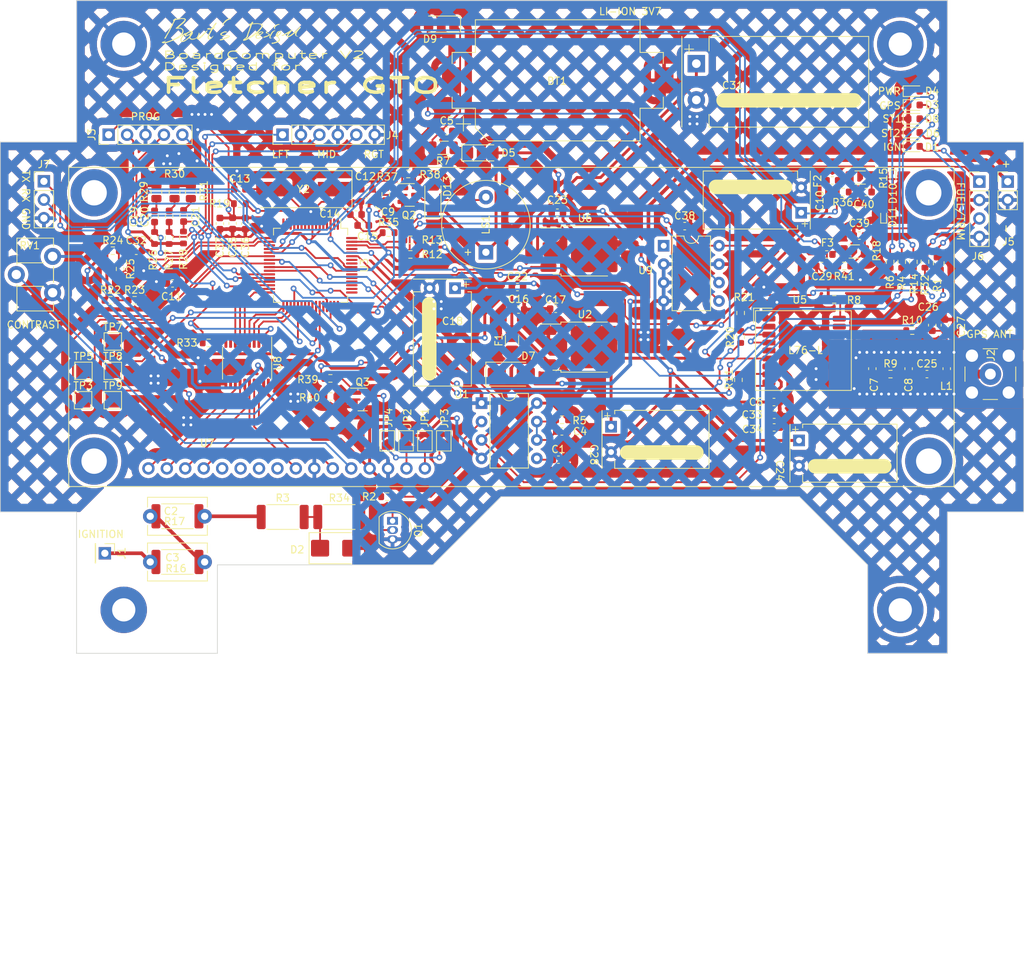
<source format=kicad_pcb>
(kicad_pcb (version 20221018) (generator pcbnew)
  (title_block (title "boardConsole") (date "2023-12-22") (rev "V2") (comment 1 "Bartosz Pracz"))
  (layers (0 "F.Cu" signal) (31 "B.Cu" signal) (34 "B.Paste" user) (35 "F.Paste" user) (36 "B.SilkS" user "B.Silkscreen") (37 "F.SilkS" user "F.Silkscreen") (38 "B.Mask" user) (39 "F.Mask" user) (44 "Edge.Cuts" user))
  (net 0 "")
  (net 1 "/VBAT_GPS")
  (net 2 "GND")
  (net 3 "Net-(U1-CV)")
  (net 4 "/IGN_C1")
  (net 5 "/IGN_C2")
  (net 6 "/IGN_IN")
  (net 7 "Net-(U1-DIS)")
  (net 8 "+3V3")
  (net 9 "/BUTTON_R")
  (net 10 "/BUTTON_M")
  (net 11 "Net-(U3-PF0)")
  (net 12 "Net-(U3-PF1)")
  (net 13 "Net-(D1-A)")
  (net 14 "/IGN_B")
  (net 15 "Net-(D3-A)")
  (net 16 "Net-(D4-A)")
  (net 17 "Net-(D5-K)")
  (net 18 "/SYS_SWDCLK")
  (net 19 "/TRG")
  (net 20 "+5V")
  (net 21 "/1PPS")
  (net 22 "Net-(U5-WAKEUP)")
  (net 23 "/BUTTON_L")
  (net 24 "/DISP_E")
  (net 25 "/SYS_RST")
  (net 26 "/MCU_TX")
  (net 27 "Net-(U5-RXD1)")
  (net 30 "Net-(D2-K)")
  (net 31 "/VREF")
  (net 36 "/MAIN_BAT")
  (net 37 "/DECAY")
  (net 39 "/MCU_RX")
  (net 45 "/SYS_SWDIO")
  (net 46 "Net-(D8-A)")
  (net 60 "+12V")
  (net 61 "Net-(D6-A)")
  (net 62 "Net-(C19-Pad2)")
  (net 63 "Net-(C20-Pad2)")
  (net 64 "Net-(C21-Pad2)")
  (net 65 "Net-(C26-Pad1)")
  (net 66 "Net-(JP3-A)")
  (net 67 "Net-(D7-K)")
  (net 68 "Net-(D7-A)")
  (net 69 "/IGNITION")
  (net 70 "Net-(U5-RST)")
  (net 71 "/SCL")
  (net 72 "/SDA")
  (net 73 "Net-(U8-OE)")
  (net 74 "Net-(U3-PC13)")
  (net 75 "Net-(F2-Pad2)")
  (net 76 "Net-(F3-Pad1)")
  (net 77 "/AUX3")
  (net 78 "/AUX5")
  (net 79 "/AUX7")
  (net 80 "/AUX8")
  (net 81 "/AUX9")
  (net 86 "/DISP_D7")
  (net 87 "/DISP_D6")
  (net 88 "/DISP_D5")
  (net 89 "/DISP_D4")
  (net 90 "/DISP_RS")
  (net 93 "Net-(U7-RS)")
  (net 94 "Net-(U7-E)")
  (net 95 "Net-(D13-A)")
  (net 97 "Net-(U7-DB4)")
  (net 98 "Net-(U7-DB5)")
  (net 99 "Net-(U7-DB6)")
  (net 100 "Net-(U7-DB7)")
  (net 105 "Net-(U3-PC8)")
  (net 106 "/RF_IN")
  (net 107 "/RF_IN_R")
  (net 108 "/RF_IN_C")
  (net 110 "/PRG_TX")
  (net 111 "/PRG_RX")
  (net 113 "Net-(Q2-G)")
  (net 114 "Net-(Q3-G)")
  (net 116 "/BACKLIGHT")
  (net 119 "Net-(JP1-A)")
  (net 120 "Net-(JP2-A)")
  (net 121 "/TRIM")
  (net 122 "/FUEL")
  (net 123 "/BUZZER")
  (net 125 "/TRIM_RAW")
  (net 126 "/FUEL_RAW")
  (net 127 "Net-(U5-VCC_RF)")
  (net 128 "Net-(U7-VO)")
  (footprint "BartLib_Capacitor:CP_D8mm_H13mm_P3.5mm_horizontal" (layer "F.Cu") (at 150.15 97.65 180)
    (fp_text reference "C18")
    (fp_text value "100u")
  )
  (footprint "LED_SMD:LED_0603_1608Metric" (layer "F.Cu") (at 213.3875 78.1)
    (fp_text reference "D1")
    (fp_text value "LED")
  )
  (footprint "Resistor_SMD:R_0603_1608Metric" (layer "F.Cu") (at 110.75 90.7375 90)
    (fp_text reference "R27")
    (fp_text value "4k7")
  )
  (footprint "Capacitor_SMD:C_0603_1608Metric" (layer "F.Cu") (at 217.9 108.75 -90)
    (fp_text reference "L1")
    (fp_text value "47n")
  )
  (footprint "Resistor_SMD:R_0603_1608Metric" (layer "F.Cu") (at 116.2 105.2)
    (fp_text reference "R33")
    (fp_text value "1k")
  )
  (footprint "Resistor_SMD:R_0603_1608Metric" (layer "F.Cu") (at 132.975 110.09)
    (fp_text reference "R39")
    (fp_text value "1k")
  )
  (footprint "Resistor_SMD:R_0603_1608Metric" (layer "F.Cu") (at 140.6 84.7 90)
    (fp_text reference "R37")
    (fp_text value "1k")
  )
  (footprint "BartLib_Logo:BD_full 20x5.2" (layer "F.Cu") (at 119.4 62.6)
    (fp_text reference "X1" hide)
    (fp_text value "Bart's Design" hide)
  )
  (footprint "Capacitor_SMD:C_0603_1608Metric" (layer "F.Cu") (at 137.975 85.7 180)
    (fp_text reference "C9")
    (fp_text value "100n")
  )
  (footprint "Resistor_SMD:R_0603_1608Metric" (layer "F.Cu") (at 132.975 112.6)
    (fp_text reference "R40")
    (fp_text value "10k")
  )
  (footprint "Capacitor_SMD:C_0603_1608Metric" (layer "F.Cu") (at 206.775 84.4 180)
    (fp_text reference "C40")
    (fp_text value "100n")
  )
  (footprint "LED_SMD:LED_0603_1608Metric" (layer "F.Cu") (at 213.3875 76.2)
    (fp_text reference "D6")
    (fp_text value "STAT2")
  )
  (footprint "LED_SMD:LED_0603_1608Metric" (layer "F.Cu") (at 213.3875 70.5)
    (fp_text reference "D4")
    (fp_text value "LED")
  )
  (footprint "Resistor_SMD:R_1206_3216Metric" (layer "F.Cu") (at 205.975 82.4)
    (fp_text reference "R15")
    (fp_text value "220R")
  )
  (footprint "Battery:BatteryHolder_Keystone_1060_1x2032" (layer "F.Cu") (at 164.3 69)
    (fp_text reference "BT1")
    (fp_text value "CH004-2032")
  )
  (footprint "Capacitor_THT:C_Disc_D8.0mm_W5.0mm_P7.50mm" (layer "F.Cu") (at 108.15 129.1)
    (fp_text reference "C2")
    (fp_text value "10p 3kV(NM)")
  )
  (footprint "BartLib_Capacitor:CP_D8mm_H13mm_P3.5mm_horizontal" (layer "F.Cu") (at 197.85 87.25 90)
    (fp_text reference "C10")
    (fp_text value "0m1")
  )
  (footprint "Package_TO_SOT_SMD:TO-252-2" (layer "F.Cu") (at 168.065 92.525)
    (fp_text reference "U6")
    (fp_text value "AZ1117-5.0")
  )
  (footprint "Capacitor_SMD:C_0603_1608Metric" (layer "F.Cu") (at 106.225 92.5)
    (fp_text reference "C32")
    (fp_text value "100n")
  )
  (footprint "Resistor_SMD:R_0603_1608Metric" (layer "F.Cu") (at 103 92.49)
    (fp_text reference "R24")
    (fp_text value "10k")
  )
  (footprint "Capacitor_SMD:C_0603_1608Metric" (layer "F.Cu") (at 111.225 97)
    (fp_text reference "C11")
    (fp_text value "100n")
  )
  (footprint "Resistor_SMD:R_0603_1608Metric" (layer "F.Cu") (at 144 91 180)
    (fp_text reference "R13")
    (fp_text value "4k7")
  )
  (footprint "Jumper:SolderJumper-2_P1.3mm_Open_TrianglePad1.0x1.5mm" (layer "F.Cu") (at 140.8 118.7 90)
    (fp_text reference "JP4")
    (fp_text value "Jumper_2_Open")
  )
  (footprint "Fuse:Fuse_0603_1608Metric" (layer "F.Cu") (at 201.3625 93 180)
    (fp_text reference "F3")
    (fp_text value "100mA")
  )
  (footprint "Connector_PinHeader_2.54mm:PinHeader_1x02_P2.54mm_Vertical" (layer "F.Cu") (at 226.3 82.96)
    (fp_text reference "J5")
    (fp_text value "PWR")
  )
  (footprint "Resistor_SMD:R_2512_6332Metric" (layer "F.Cu") (at 111.9 135.4)
    (fp_text reference "R16")
    (fp_text value "0R")
  )
  (footprint "TestPoint:TestPoint_Pad_2.0x2.0mm" (layer "F.Cu") (at 98.9 113.1)
    (fp_text reference "TP3")
    (fp_text value "TestPoint")
  )
  (footprint "Capacitor_SMD:C_0603_1608Metric" (layer "F.Cu") (at 149 76)
    (fp_text reference "C5")
    (fp_text value "100n")
  )
  (footprint "Capacitor_SMD:C_0603_1608Metric" (layer "F.Cu") (at 207.65 108.75 90)
    (fp_text reference "C7")
    (fp_text value "NM")
  )
  (footprint "Resistor_SMD:R_0603_1608Metric" (layer "F.Cu") (at 213.3 94.025 -90)
    (fp_text reference "R14")
    (fp_text value "1k")
  )
  (footprint "Capacitor_SMD:C_0603_1608Metric" (layer "F.Cu") (at 215.175 109.5)
    (fp_text reference "C25")
    (fp_text value "100p/0R")
  )
  (footprint "Package_DIP:DIP-8_W7.62mm" (layer "F.Cu") (at 178.9 91.8)
    (fp_text reference "U9")
    (fp_text value "AT24C04C")
  )
  (footprint "Fuse:Fuse_1206_3216Metric" (layer "F.Cu") (at 158 104.8 90)
    (fp_text reference "F1")
    (fp_text value "1A")
  )
  (footprint "Capacitor_SMD:C_0603_1608Metric" (layer "F.Cu") (at 121.25 88.75 -90)
    (fp_text reference "C36")
    (fp_text value "1u")
  )
  (footprint "Package_SO:TSSOP-20_4.4x6.5mm_P0.65mm" (layer "F.Cu") (at 121.5 108 -90)
    (fp_text reference "U8")
    (fp_text value "TXS0108EPW")
  )
  (footprint "Resistor_SMD:R_0805_2012Metric" (layer "F.Cu") (at 109 84.3875 90)
    (fp_text reference "R29")
    (fp_text value "100R")
  )
  (footprint "Capacitor_SMD:C_0603_1608Metric" (layer "F.Cu") (at 112.75 87.6975 90)
    (fp_text reference "C21")
    (fp_text value "1u")
  )
  (footprint "Capacitor_SMD:C_0603_1608Metric" (layer "F.Cu") (at 158.9 100.6)
    (fp_text reference "C16")
    (fp_text value "100n")
  )
  (footprint "Capacitor_SMD:C_0603_1608Metric" (layer "F.Cu") (at 217.65 102.75 90)
    (fp_text reference "C27")
    (fp_text value "100p(NM)")
  )
  (footprint "Capacitor_SMD:C_0603_1608Metric" (layer "F.Cu") (at 194.125 116.85)
    (fp_text reference "C34")
    (fp_text value "1u")
  )
  (footprint "BartLib_Capacitor:CP_D8mm_H13mm_P3.5mm_horizontal" (layer "F.Cu") (at 197.55 118.65 -90)
    (fp_text reference "C24")
    (fp_text value "100u")
  )
  (footprint "Resistor_SMD:R_2512_6332Metric" (layer "F.Cu") (at 126.4 129.2)
    (fp_text reference "R3")
    (fp_text value "4k3")
  )
  (footprint "Package_DIP:DIP-8_W7.62mm" (layer "F.Cu") (at 153.8 113.5)
    (fp_text reference "U1")
    (fp_text value "NE555P")
  )
  (footprint "Fuse:Fuse_0603_1608Metric" (layer "F.Cu") (at 202.1375 82.8)
    (fp_text reference "F2")
    (fp_text value "100mA")
  )
  (footprint "Resistor_SMD:R_0603_1608Metric" (layer "F.Cu") (at 102.675 99.325)
    (fp_text reference "R22")
    (fp_text value "6k8")
  )
  (footprint "Connector_PinHeader_2.54mm:PinHeader_1x05_P2.54mm_Vertical" (layer "F.Cu") (at 102.42 76.5 90)
    (fp_text reference "J3")
    (fp_text value "PROG")
  )
  (footprint "Capacitor_SMD:C_0603_1608Metric" (layer "F.Cu") (at 205.8625 90.4 180)
    (fp_text reference "C39")
    (fp_text value "100n")
  )
  (footprint "MountingHole:MountingHole_3.2mm_M3_Pad" (layer "F.Cu") (at 211.5 142)
    (fp_text reference "H4" hide)
    (fp_text value "MountingHole_Pad")
  )
  (footprint "Resistor_SMD:R_0805_2012Metric" (layer "F.Cu") (at 111.5 84.3875 90)
    (fp_text reference "R30")
    (fp_text value "100R")
  )
  (footprint "Diode_SMD:D_MiniMELF" (layer "F.Cu") (at 147.1 85.3 90)
    (fp_text reference "D13")
    (fp_text value "LL4148-DIO")
  )
  (footprint "Jumper:SolderJumper-2_P1.3mm_Open_TrianglePad1.0x1.5mm" (layer "F.Cu") (at 143.4 118.7 90)
    (fp_text reference "JP2")
    (fp_text value "Jumper_2_Open")
  )
  (footprint "Resistor_SMD:R_0603_1608Metric" (layer "F.Cu") (at 214.9 94 -90)
    (fp_text reference "R32")
    (fp_text value "1k")
  )
  (footprint "Capacitor_SMD:C_0603_1608Metric" (layer "F.Cu") (at 164.875 117.4)
    (fp_text reference "C4")
    (fp_text value "100n")
  )
  (footprint "Package_TO_SOT_SMD:TO-252-2" (layer "F.Cu") (at 168.04 105.78)
    (fp_text reference "U2")
    (fp_text value "AZ1117-3.3")
  )
  (footprint "LED_SMD:LED_0603_1608Metric" (layer "F.Cu") (at 213.3875 74.3)
    (fp_text reference "D8")
    (fp_text value "STAT1")
  )
  (footprint "Resistor_SMD:R_2512_6332Metric" (layer "F.Cu") (at 134.2 129.2)
    (fp_text reference "R34")
    (fp_text value "4k3")
  )
  (footprint "Resistor_SMD:R_0603_1608Metric" (layer "F.Cu") (at 144 93 180)
    (fp_text reference "R12")
    (fp_text value "4k7")
  )
  (footprint "Connector_PinHeader_2.54mm:PinHeader_1x04_P2.54mm_Vertical" (layer "F.Cu") (at 222.4 82.96)
    (fp_text reference "J6")
    (fp_text value "FUEL/TRIM")
  )
  (footprint "Resistor_SMD:R_0603_1608Metric" (layer "F.Cu") (at 140.8 126.4)
    (fp_text reference "R2")
    (fp_text value "10k")
  )
  (footprint "Resistor_SMD:R_2512_6332Metric" (layer "F.Cu") (at 111.9 129.1)
    (fp_text reference "R17")
    (fp_text value "0R")
  )
  (footprint "BartLib_Connector:SMA-F" (layer "F.Cu") (at 223.91 109.5)
    (fp_text reference "J2")
    (fp_text value "SMA F")
  )
  (footprint "Diode_SMD:D_SOD-923" (layer "F.Cu") (at 210.5 82.2 -90)
    (fp_text reference "D10")
    (fp_text value "ESD9R3.3ST5G")
  )
  (footprint "Capacitor_SMD:C_0603_1608Metric" (layer "F.Cu") (at 200.7 94.6 180)
    (fp_text reference "C29")
    (fp_text value "100n")
  )
  (footprint "BartLib_Display:WH1602L1-YYH-CT010" (layer "F.Cu") (at 157.92 103)
    (fp_text reference "U7")
    (fp_text value "ABC016002C34-FHA-R-01")
  )
  (footprint "BartLib_Capacitor:CP_D8mm_H13mm_P3.5mm_horizontal" (layer "F.Cu") (at 171.65 116.75 -90)
    (fp_text reference "C28")
    (fp_text value "0m1")
  )
  (footprint "Connector_PinHeader_2.54mm:PinHeader_1x06_P2.54mm_Vertical" (layer "F.Cu") (at 126.38 76.5 90)
    (fp_text reference "J4")
    (fp_text value "BUTTONS")
  )
  (footprint "Buzzer_Beeper:Buzzer_12x9.5RM7.6" (layer "F.Cu") (at 154.4 92.7 90)
    (fp_text reference "LS1")
    (fp_text value "HCM1205/A2")
  )
  (footprint "MountingHole:MountingHole_3.2mm_M3_Pad" (layer "F.Cu") (at 104.5 142)
    (fp_text reference "H3" hide)
    (fp_text value "MountingHole_Pad")
  )
  (footprint "BartLib_Capacitor:CP_D12.5mm_H22mm_P5.0mm_horizontal" (layer "F.Cu") (at 183.4 66.7 -90)
    (fp_text reference "C31")
    (fp_text value "1000uF")
  )
  (footprint "Capacitor_SMD:C_0603_1608Metric" (layer "F.Cu") (at 110.76 87.7675 90)
    (fp_text reference "C20")
    (fp_text value "1u")
  )
  (footprint "Resistor_SMD:R_0603_1608Metric" (layer "F.Cu") (at 203.575 84.4 180)
    (fp_text reference "R36")
    (fp_text value "10k")
  )
  (footprint "Resistor_SMD:R_1206_3216Metric" (layer "F.Cu") (at 148.5 78.3 180)
    (fp_text reference "R7")
    (fp_text value "220R")
  )
  (footprint "Capacitor_SMD:C_0603_1608Metric" (layer "F.Cu") (at 136.5 87.5)
    (fp_text reference "C14")
    (fp_text value "100n")
  )
  (footprint "TestPoint:TestPoint_Pad_2.0x2.0mm" (layer "F.Cu") (at 103 105)
    (fp_text reference "TP7")
    (fp_text value "TestPoint")
  )
  (footprint "Package_QFP:LQFP-64_10x10mm_P0.5mm" (layer "F.Cu") (at 130.25 94.5 -90)
    (fp_text reference "U3")
    (fp_text value "STM32G071RBTx")
  )
  (footprint "Capacitor_SMD:C_0603_1608Metric" (layer "F.Cu") (at 164.025 100.5 180)
    (fp_text reference "C17")
    (fp_text value "100n")
  )
  (footprint "Capacitor_SMD:C_0603_1608Metric" (layer "F.Cu") (at 215.9 102.75 90)
    (fp_text reference "C26")
    (fp_text value "100n(NM)")
  )
  (footprint "Capacitor_SMD:C_0603_1608Metric" (layer "F.Cu") (at 119.5 88.725 -90)
    (fp_text reference "C35")
    (fp_text value "1u")
  )
  (footprint "MountingHole:MountingHole_3.2mm_M3_Pad" (layer "F.Cu") (at 211.5 64)
    (fp_text reference "H2" hide)
    (fp_text value "MountingHole_Pad")
  )
  (footprint "Resistor_SMD:R_0603_1608Metric" (layer "F.Cu") (at 141 90)
    (fp_text reference "R35")
    (fp_text value "0R")
  )
  (footprint "Package_TO_SOT_THT:TO-92_Inline" (layer "F.Cu") (at 141.54 129.73 -90)
    (fp_text reference "Q1")
    (fp_text value "BC548")
  )
  (footprint "Connector_PinHeader_2.54mm:PinHeader_1x01_P2.54mm_Vertical" (layer "F.Cu") (at 101.9 134.2 -90)
    (fp_text reference "J1")
    (fp_text value "to HV cable")
  )
  (footprint "Capacitor_SMD:C_0603_1608Metric" (layer "F.Cu") (at 158.75 97.5)
    (fp_text reference "C22")
    (fp_text value "100n")
  )
  (footprint "Resistor_SMD:R_0603_1608Metric" (layer "F.Cu") (at 106 99.325)
    (fp_text reference "R23")
    (fp_text value "1k")
  )
  (footprint "TestPoint:TestPoint_Pad_2.0x2.0mm" (layer "F.Cu") (at 103 109.05)
    (fp_text reference "TP8")
    (fp_text value "TestPoint")
  )
  (footprint "Resistor_SMD:R_0603_1608Metric" (layer "F.Cu") (at 112.73 90.6675 90)
    (fp_text reference "R28")
    (fp_text value "4k7")
  )
  (footprint "Diode_SMD:D_MiniMELF" (layer "F.Cu") (at 153.75 79)
    (fp_text reference "D5")
    (fp_text value "LL4148-DIO")
  )
  (footprint "Package_TO_SOT_SMD:SOT-23" (layer "F.Cu") (at 143.9 84.8)
    (fp_text reference "Q2")
    (fp_text value "IRML0030TR")
  )
  (footprint "Capacitor_SMD:C_0603_1608Metric" (layer "F.Cu") (at 117.75 88.75 -90)
    (fp_text reference "C37")
    (fp_text value "100n")
  )
  (footprint "Capacitor_SMD:C_0603_1608Metric" (layer "F.Cu") (at 164.4 121.3)
    (fp_text reference "C1")
    (fp_text value "100n")
  )
  (footprint "Capacitor_SMD:C_0603_1608Metric" (layer "F.Cu") (at 108.75 87.7675 90)
    (fp_text reference "C19")
    (fp_text value "1u")
  )
  (footprint "TestPoint:TestPoint_Pad_2.0x2.0mm" (layer "F.Cu") (at 98.95 109.05)
    (fp_text reference "TP5")
    (fp_text value "TestPoint")
  )
  (footprint "Resistor_SMD:R_0603_1608Metric" (layer "F.Cu") (at 202.4 99.2)
    (fp_text reference "R8")
    (fp_text value "NM")
  )
  (footprint "Diode_SMD:D_SOD-923" (layer "F.Cu") (at 209.2 87.82 90)
    (fp_text reference "D11")
    (fp_text value "ESD9R3.3ST5G")
  )
  (footprint "MountingHole:MountingHole_3.2mm_M3_Pad" (layer "F.Cu") (at 104.5 64)
    (fp_text reference "H1" hide)
    (fp_text value "MountingHole_Pad")
  )
  (footprint "Diode_SMD:D_MiniMELF" (layer "F.Cu") (at 148.25 61.25 180)
    (fp_text reference "D9")
    (fp_text value "BZV55C3V9")
  )
  (footprint "Resistor_SMD:R_0603_1608Metric" (layer "F.Cu") (at 203.775 94.6 180)
    (fp_text reference "R41")
    (fp_text value "10k")
  )
  (footprint "TestPoint:TestPoint_Pad_2.0x2.0mm" (layer "F.Cu") (at 103 113.1)
    (fp_text reference "TP9")
    (fp_text value "TestPoint")
  )
  (footprint "LED_SMD:LED_0603_1608Metric" (layer "F.Cu") (at 213.3875 72.4)
    (fp_text reference "D3")
    (fp_text value "LED")
  )
  (footprint "Diode_SMD:D_SMB" (layer "F.Cu") (at 133.7 133.5)
    (fp_text reference "D2")
    (fp_text value "SMBJ5.0A")
  )
  (footprint "Resistor_SMD:R_0603_1608Metric" (layer "F.Cu") (at 189.2 110.3 -90)
    (fp_text reference "R11")
    (fp_text value "NM")
  )
  (footprint "Capacitor_SMD:C_0603_1608Metric" (layer "F.Cu") (at 212.65 108.75 90)
    (fp_text reference "C8")
    (fp_text value "NM")
  )
  (footprint "Resistor_SMD:R_0805_2012Metric" (layer "F.Cu") (at 113.75 84.3875 90)
    (fp_text reference "R31")
    (fp_text value "100R")
  )
  (footprint "Capacitor_SMD:C_0603_1608Metric" (layer "F.Cu") (at 194.125 115.1)
    (fp_text reference "C33")
    (fp_text value "1u")
  )
  (footprint "Resistor_SMD:R_0603_1608Metric" (layer "F.Cu") (at 213.15 103.5)
    (fp_text reference "R10")
    (fp_text value "10R")
  )
  (footprint "Resistor_SMD:R_0603_1608Metric" (layer "F.Cu") (at 164.9 115.8 180)
    (fp_text reference "R5")
    (fp_text value "10k")
  )
  (footprint "Diode_SMD:D_SMA" (layer "F.Cu") (at 157.9 109.5)
    (fp_text reference "D7")
    (fp_text value "ES1D")
  )
  (footprint "Resistor_SMD:R_0603_1608Metric" (layer "F.Cu") (at 104 95 -90)
    (fp_text reference "R25")
    (fp_text value "1k")
  )
  (footprint "Resistor_SMD:R_1206_3216Metric" (layer "F.Cu") (at 205.1625 92.6)
    (fp_text reference "R18")
    (fp_text value "220R")
  )
  (footprint "BartLib_GPS:L76-L" (layer "F.Cu") (at 198.15 106.25)
    (fp_text reference "U5")
    (fp_text value "L76-L")
  )
  (footprint "Resistor_SMD:R_0603_1608Metric" (layer "F.Cu") (at 189.5 104.375 90)
    (fp_text reference "R20")
    (fp_text value "1k")
  )
  (footprint "Capacitor_SMD:C_0603_1608Metric" (layer "F.Cu") (at 194.1 113.35)
    (fp_text reference "C6")
    (fp_text value "100n")
  )
  (footprint "Capacitor_SMD:C_0603_1608Metric" (layer "F.Cu") (at 181.8 89.1)
    (fp_text reference "C38")
    (fp_text value "100n")
  )
  (footprint "Resistor_SMD:R_0603_1608Metric" (layer "F.Cu") (at 143.7 81.9)
    (fp_text reference "R38")
    (fp_text value "10k")
  )
  (footprint "Jumper:SolderJumper-2_P1.3mm_Open_TrianglePad1.0x1.5mm" (layer "F.Cu") (at 146 118.7 90)
    (fp_text reference "JP1")
    (fp_text value "Jumper_2_Open")
  )
  (footprint "Resistor_SMD:R_0603_1608Metric" (layer "F.Cu") (at 211.7 94.025 90)
    (fp_text reference "R4")
    (fp_text value "1k")
  )
  (footprint "Capacitor_SMD:C_0603_1608Metric" (layer "F.Cu") (at 138 84 180)
    (fp_text reference "C12")
    (fp_text value "10p")
  )
  (footprint "Capacitor_SMD:C_0603_1608Metric" (layer "F.Cu") (at 164.25 87.25 180)
    (fp_text reference "C23")
    (fp_text value "100n")
  )
  (footprint "Resistor_SMD:R_0603_1608Metric" (layer "F.Cu") (at 189.5 101.075 90)
    (fp_text reference "R21")
    (fp_text value "2k2")
  )
  (footprint "Capacitor_SMD:C_0603_1608Metric" (layer "F.Cu") (at 120.5 84)
    (fp_text reference "C13")
    (fp_text value "10p")
  )
  (footprint "Jumper:SolderJumper-2_P1.3mm_Open_TrianglePad1.0x1.5mm" (layer "F.Cu") (at 148.6 118.7 90)
    (fp_text reference "JP3")
    (fp_text value "Jumper_2_Open")
  )
  (footprint "Package_TO_SOT_SMD:SOT-23" (layer "F.Cu") (at 137.425 113)
    (fp_text reference "Q3")
    (fp_text value "IRML0030TR")
  )
  (footprint "Resistor_SMD:R_0603_1608Metric" (layer "F.Cu") (at 120.5 86)
    (fp_text reference "R19")
    (fp_text value "10k")
  )
  (footprint "Potentiometer_THT:Potentiometer_ACP_CA9-H5_Horizontal" (layer "F.Cu") (at 94.7 98.275 180)
    (fp_text reference "RV1")
    (fp_text value "10k")
  )
  (footprint "Capacitor_THT:C_Disc_D8.0mm_W5.0mm_P7.50mm" (layer "F.Cu") (at 108.15 135.4)
    (fp_text reference "C3")
    (fp_text value "10p 3kV(NM)")
  )
  (footprint "Resistor_SMD:R_0603_1608Metric" (layer "F.Cu") (at 210.1 94.025 90)
    (fp_text reference "R6")
    (fp_text value "1k")
  )
  (footprint "Crystal:Crystal_SMD_HC49-SD" (layer "F.Cu") (at 129.25 84 180)
    (fp_text reference "Y2")
    (fp_text value "16M")
  )
  (footprint "Capacitor_SMD:C_0603_1608Metric" (layer "F.Cu") (at 137.5 89)
    (fp_text reference "C15")
    (fp_text value "1u")
  )
  (footprint "Connector_PinHeader_2.54mm:PinHeader_1x03_P2.54mm_Vertical" (layer "F.Cu") (at 93.5 82.92)
    (fp_text reference "J7")
    (fp_text value "PRG_UART")
  )
  (footprint "Resistor_SMD:R_0603_1608Metric" (layer "F.Cu") (at 210.15 109.5)
    (fp_text reference "R9")
    (fp_text value "0R")
  )
  (footprint "Resistor_SMD:R_0603_1608Metric" (layer "F.Cu") (at 108.75 90.7375 90)
    (fp_text reference "R26")
    (fp_text value "4k7")
  )
  (footprint "Resistor_SMD:R_0805_2012Metric" (layer "F.Cu") (at 216.8 94.225 90)
    (fp_text reference "R1")
    (fp_text value "220R")
  )
  (gr_line (start 139.9 86.9) (end 139.2 86.4) (stroke (width 0.15)) (layer "F.SilkS"))
  (gr_line (start 117.4 148) (end 117.4 135.8) (stroke (width 0.1)) (layer "Edge.Cuts"))
  (gr_line locked (start 98 77.5) (end 87.5 77.5) (stroke (width 0.1)) (layer "Edge.Cuts"))
  (gr_line (start 207 148) (end 218 148) (stroke (width 0.1)) (layer "Edge.Cuts"))
  (gr_line locked (start 228.5 77.5) (end 218 77.5) (stroke (width 0.1)) (layer "Edge.Cuts"))
  (gr_line locked (start 218 77.5) (end 218 58) (stroke (width 0.1)) (layer "Edge.Cuts"))
  (gr_line locked (start 218 128.5) (end 228.5 128.5) (stroke (width 0.1)) (layer "Edge.Cuts"))
  (gr_line locked (start 98 58) (end 98 77.5) (stroke (width 0.1)) (layer "Edge.Cuts"))
  (gr_line (start 117.4 135.8) (end 147.1 135.8) (stroke (width 0.1)) (layer "Edge.Cuts"))
  (gr_line locked (start 98 128.5) (end 98 148) (stroke (width 0.1)) (layer "Edge.Cuts"))
  (gr_line locked (start 87.5 128.5) (end 98 128.5) (stroke (width 0.1)) (layer "Edge.Cuts"))
  (gr_line (start 98 148) (end 117.4 148) (stroke (width 0.1)) (layer "Edge.Cuts"))
  (gr_line (start 207 135.8) (end 197.6 126.4) (stroke (width 0.1)) (layer "Edge.Cuts"))
  (gr_line (start 156.5 126.4) (end 197.6 126.4) (stroke (width 0.1)) (layer "Edge.Cuts"))
  (gr_line (start 147.1 135.8) (end 156.5 126.4) (stroke (width 0.1)) (layer "Edge.Cuts"))
  (gr_line locked (start 218 148) (end 218 128.5) (stroke (width 0.1)) (layer "Edge.Cuts"))
  (gr_line (start 207 135.8) (end 207 148) (stroke (width 0.1)) (layer "Edge.Cuts"))
  (gr_line locked (start 228.5 128.5) (end 228.5 77.5) (stroke (width 0.1)) (layer "Edge.Cuts"))
  (gr_line locked (start 218 58) (end 98 58) (stroke (width 0.1)) (layer "Edge.Cuts"))
  (gr_line locked (start 87.5 77.5) (end 87.5 128.5) (stroke (width 0.1)) (layer "Edge.Cuts"))
  (gr_text "BoardComputer V2\nDesigned for" (at 109.7227 67.698442) (layer "F.SilkS") (effects (font (size 1 2)) (justify left bottom)))
  (gr_text "Fletcher GTO" (at 109.4 70.9) (layer "F.SilkS") (effects (font (size 2 4) (thickness 0.5) bold) (justify left bottom)))
  (segment (start 146.4 73.6) (end 146.4 72.25) (width 0.25) (layer "F.Cu") (net 1))
  (segment (start 185.55 107.35) (end 184.6 106.4) (width 0.25) (layer "F.Cu") (net 1))
  (segment (start 150.85 69) (end 150.85 73.375) (width 0.25) (layer "F.Cu") (net 1))
  (segment (start 146.4 72.25) (end 149.65 69) (width 0.25) (layer "F.Cu") (net 1))
  (segment (start 147.0375 77.1875) (end 148.225 76) (width 0.25) (layer "F.Cu") (net 1))
  (segment (start 150.85 62.1) (end 150.85 69) (width 0.25) (layer "F.Cu") (net 1))
  (segment (start 193.4 107.35) (end 185.55 107.35) (width 0.25) (layer "F.Cu") (net 1))
  (segment (start 150 61.25) (end 150.85 62.1) (width 0.25) (layer "F.Cu") (net 1))
  (segment (start 150.85 73.375) (end 148.225 76) (width 0.25) (layer "F.Cu") (net 1))
  (segment (start 147.0375 78.3) (end 147.0375 77.1875) (width 0.25) (layer "F.Cu") (net 1))
  (via (at 146.4 73.6) (size 0.8) (drill 0.4) (layers "F.Cu" "B.Cu") (net 1))
  (via (at 184.6 106.4) (size 0.8) (drill 0.4) (layers "F.Cu" "B.Cu") (net 1))
  (segment (start 184.6 106.4) (end 188 103) (width 0.25) (layer "B.Cu") (net 1))
  (segment (start 188 103) (end 188 87.7) (width 0.25) (layer "B.Cu") (net 1))
  (segment (start 173.9 73.6) (end 146.4 73.6) (width 0.25) (layer "B.Cu") (net 1))
  (segment (start 188 87.7) (end 173.9 73.6) (width 0.25) (layer "B.Cu") (net 1))
  (segment (start 203.1 110.65) (end 200.3 110.65) (width 0.7) (layer "F.Cu") (net 2))
  (segment (start 138.775 84) (end 138.775 84.125) (width 0.25) (layer "F.Cu") (net 2))
  (segment (start 118.575 110.8625) (end 115.3625 110.8625) (width 0.25) (layer "F.Cu") (net 2))
  (segment (start 138.775 84.125) (end 137.2 85.7) (width 0.25) (layer "F.Cu") (net 2))
  (segment (start 205.9 106.75) (end 205.9 106.5) (width 0.7) (layer "F.Cu") (net 2))
  (segment (start 201.825 96.5) (end 206 96.5) (width 0.25) (layer "F.Cu") (net 2))
  (segment (start 205.15 111.5) (end 203.95 111.5) (width 0.7) (layer "F.Cu") (net 2))
  (segment (start 139.575 84.8) (end 142.0125 84.8) (width 0.25) (layer "F.Cu") (net 2))
  (segment (start 138.775 84) (end 139.575 84.8) (width 0.25) (layer "F.Cu") (net 2))
  (segment (start 137.2 87.425) (end 137.275 87.5) (width 0.25) (layer "F.Cu") (net 2))
  (segment (start 130 87.3755) (end 130 88.825) (width 0.25) (layer "F.Cu") (net 2))
  (segment (start 137.2 85.7) (end 137.2 87.425) (width 0.25) (layer "F.Cu") (net 2))
  (segment (start 137.275 88) (end 138.275 89) (width 0.25) (layer "F.Cu") (net 2))
  (segment (start 189.5 100.25) (end 192.25 97.5) (width 0.25) (layer "F.Cu") (net 2))
  (segment (start 192.25 97.5) (end 192.7 97.5) (width 0.25) (layer "F.Cu") (net 2))
  (segment (start 106.825 98.925) (end 109 96.75) (width 0.25) (layer "F.Cu") (net 2))
  (segment (start 203.1 108.45) (end 203.25 108.3) (width 0.7) (layer "F.Cu") (net 2))
  (segment (start 193.4 101.85) (end 193.4 101.7) (width 0.25) (layer "F.Cu") (net 2))
  (segment (start 205.15 111.5) (end 205.9 112.25) (width 0.7) (layer "F.Cu") (net 2))
  (segment (start 194.5 100.75) (end 194.5 99.6) (width 0.25) (layer "F.Cu") (net 2))
  (segment (start 106.825 99.325) (end 106.825 98.925) (width 0.25) (layer "F.Cu") (net 2))
  (segment (start 205.4 107.25) (end 205.9 106.75) (width 0.7) (layer "F.Cu") (net 2))
  (segment (start 199.925 94.6) (end 201.825 96.5) (width 0.25) (layer "F.Cu") (net 2))
  (segment (start 199.9 108.75) (end 200.2 108.45) (width 0.7) (layer "F.Cu") (net 2))
  (segment (start 107.25 95.25) (end 104.575 95.25) (width 0.25) (layer "F.Cu") (net 2))
  (segment (start 142.0125 84.8) (end 142.9625 85.75) (width 0.25) (layer "F.Cu") (net 2))
  (segment (start 203.95 111.5) (end 203.1 110.65) (width 0.7) (layer "F.Cu") (net 2))
  (segment (start 137.275 87.5) (end 137.275 88) (width 0.25) (layer "F.Cu") (net 2))
  (segment (start 203.25 108.3) (end 204.35 108.3) (width 0.7) (layer "F.Cu") (net 2))
  (segment (start 115.3625 110.8625) (end 115 110.5) (width 0.25) (layer "F.Cu") (net 2))
  (segment (start 130.2755 87.1) (end 130 87.3755) (width 0.25) (layer "F.Cu") (net 2))
  (segment (start 104.575 95.25) (end 104 95.825) (width 0.25) (layer "F.Cu") (net 2))
  (segment (start 200.3 110.65) (end 199.9 110.25) (width 0.7) (layer "F.Cu") (net 2))
  (segment (start 193.4 101.85) (end 194.5 100.75) (width 0.25) (layer "F.Cu") (net 2))
  (segment (start 200.2 108.45) (end 203.1 108.45) (width 0.7) (layer "F.Cu") (net 2))
  (segment (start 204.35 108.3) (end 205.4 107.25) (width 0.7) (layer "F.Cu") (net 2))
  (segment (start 193.4 101.7) (end 192.3 100.6) (width 0.25) (layer "F.Cu") (net 2))
  (via (at 109 96.75) (size 0.8) (drill 0.4) (layers "F.Cu" "B.Cu") (net 2))
  (via (at 112.1 79.1) (size 0.8) (drill 0.4) (layers "F.Cu" "B.Cu") (net 2))
  (via (at 215.9 112.25) (size 0.8) (drill 0.4) (layers "F.Cu" "B.Cu") (net 2))
  (via (at 206.9 106.5) (size 0.8) (drill 0.4) (layers "F.Cu" "B.Cu") (net 2))
  (via (at 205.9 106.5) (size 0.8) (drill 0.4) (layers "F.Cu" "B.Cu") (net 2))
  (via (at 208.9 112.25) (size 0.8) (drill 0.4) (layers "F.Cu" "B.Cu") (net 2))
  (via (at 112.75 115.5) (size 0.8) (drill 0.4) (layers "F.Cu" "B.Cu") (net 2))
  (via (at 176.75 103.75) (size 0.8) (drill 0.4) (layers "F.Cu" "B.Cu") (net 2))
  (via (at 182.5 74) (size 0.8) (drill 0.4) (layers "F.Cu" "B.Cu") (net 2))
  (via (at 183.5 74) (size 0.8) (drill 0.4) (layers "F.Cu" "B.Cu") (net 2))
  (via (at 210.9 106.5) (size 0.8) (drill 0.4) (layers "F.Cu" "B.Cu") (net 2))
  (via (at 215.9 106.5) (size 0.8) (drill 0.4) (layers "F.Cu" "B.Cu") (net 2))
  (via (at 206.9 112.25) (size 0.8) (drill 0.4) (layers "F.Cu" "B.Cu") (net 2))
  (via (at 147.25 100.5) (size 0.8) (drill 0.4) (layers "F.Cu" "B.Cu") (net 2))
  (via (at 212.9 106.5) (size 0.8) (drill 0.4) (layers "F.Cu" "B.Cu") (net 2))
  (via (at 218.9 112.25) (size 0.8) (drill 0.4) (layers "F.Cu" "B.Cu") (net 2))
  (via (at 182.5 75) (size 0.8) (drill 0.4) (layers "F.Cu" "B.Cu") (net 2))
  (via (at 127.5 113.25) (size 0.8) (drill 0.4) (layers "F.Cu" "B.Cu") (net 2))
  (via (at 176.75 104.75) (size 0.8) (drill 0.4) (layers "F.Cu" "B.Cu") (net 2))
  (via (at 208.9 106.5) (size 0.8) (drill 0.4) (layers "F.Cu" "B.Cu") (net 2))
  (via (at 114.75 107.25) (size 0.8) (drill 0.4) (layers "F.Cu" "B.Cu") (net 2))
  (via (at 216.9 112.25) (size 0.8) (drill 0.4) (layers "F.Cu" "B.Cu") (net 2))
  (via (at 183.5 75) (size 0.8) (drill 0.4) (layers "F.Cu" "B.Cu") (net 2))
  (via (at 217.9 112.25) (size 0.8) (drill 0.4) (layers "F.Cu" "B.Cu") (net 2))
  (via (at 209.9 106.5) (size 0.8) (drill 0.4) (layers "F.Cu" "B.Cu") (net 2))
  (via (at 207.9 112.25) (size 0.8) (drill 0.4) (layers "F.Cu" "B.Cu") (net 2))
  (via (at 115 110.5) (size 0.8) (drill 0.4) (layers "F.Cu" "B.Cu") (net 2))
  (via (at 114.7 75.8) (size 0.8) (drill 0.4) (layers "F.Cu" "B.Cu") (net 2))
  (via (at 205.9 112.25) (size 0.8) (drill 0.4) (layers "F.Cu" "B.Cu") (net 2))
  (via (at 194.5 99.6) (size 0.8) (drill 0.4) (layers "F.Cu" "B.Cu") (net 2))
  (via (at 211.9 112.25) (size 0.8) (drill 0.4) (layers "F.Cu" "B.Cu") (net 2))
  (via (at 192.3 100.6) (size 0.8) (drill 0.4) (layers "F.Cu" "B.Cu") (net 2))
  (via (at 109.25 109.75) (size 0.8) (drill 0.4) (layers "F.Cu" "B.Cu") (net 2))
  (via (at 214.9 112.25) (size 0.8) (drill 0.4) (layers "F.Cu" "B.Cu") (net 2))
  (via (at 147.25 99.5) (size 0.8) (drill 0.4) (layers "F.Cu" "B.Cu") (net 2))
  (via (at 216.9 106.5) (size 0.8) (drill 0.4) (layers "F.Cu" "B.Cu") (net 2))
  (via (at 209.9 112.25) (size 0.8) (drill 0.4) (layers "F.Cu" "B.Cu") (net 2))
  (via (at 113.75 115.5) (size 0.8) (drill 0.4) (layers "F.Cu" "B.Cu") (net 2))
  (via (at 114.6 80.1) (size 0.8) (drill 0.4) (layers "F.Cu" "B.Cu") (net 2))
  (via (at 108.25 109.75) (size 0.8) (drill 0.4) (layers "F.Cu" "B.Cu") (net 2))
  (via (at 199.9 108.75) (size 0.8) (drill 0.4) (layers "F.Cu" "B.Cu") (net 2))
  (via (at 199.9 110.25) (size 0.8) (drill 0.4) (layers "F.Cu" "B.Cu") (net 2))
  (via (at 210.9 112.25) (size 0.8) (drill 0.4) (layers "F.Cu" "B.Cu") (net 2))
  (via (at 128.5 112.25) (size 0.8) (drill 0.4) (layers "F.Cu" "B.Cu") (net 2))
  (via (at 127.5 112.25) (size 0.8) (drill 0.4) (layers "F.Cu" "B.Cu") (net 2))
  (via (at 108.25 110.75) (size 0.8) (drill 0.4) (layers "F.Cu" "B.Cu") (net 2))
  (via (at 128.5 113.25) (size 0.8) (drill 0.4) (layers "F.Cu" "B.Cu") (net 2))
  (via (at 120.1 81.5) (size 0.8) (drill 0.4) (layers "F.Cu" "B.Cu") (net 2))
  (via (at 214.9 106.5) (size 0.8) (drill 0.4) (layers "F.Cu" "B.Cu") (net 2))
  (via (at 175.75 103.75) (size 0.8) (drill 0.4) (layers "F.Cu" "B.Cu") (net 2))
  (via (at 110.9 80.5) (size 0.8) (drill 0.4) (layers "F.Cu" "B.Cu") (net 2))
  (via (at 113.9 73.7) (size 0.8) (drill 0.4) (layers "F.Cu" "B.Cu") (net 2))
  (via (at 205.4 107.25) (size 0.8) (drill 0.4) (layers "F.Cu" "B.Cu") (net 2))
  (via (at 112.75 116.5) (size 0.8) (drill 0.4) (layers "F.Cu" "B.Cu") (net 2))
  (via (at 123.5 89.1) (size 0.8) (drill 0.4) (layers "F.Cu" "B.Cu") (net 2))
  (via (at 207.9 106.5) (size 0.8) (drill 0.4) (layers "F.Cu" "B.Cu") (net 2))
  (via (at 206 96.5) (size 0.8) (drill 0.4) (layers "F.Cu" "B.Cu") (net 2))
  (via (at 192.7 97.5) (size 0.8) (drill 0.4) (layers "F.Cu" "B.Cu") (net 2))
  (via (at 107.25 95.25) (size 0.8) (drill 0.4) (layers "F.Cu" "B.Cu") (net 2))
  (via (at 110.5 79.4) (size 0.8) (drill 0.4) (layers "F.Cu" "B.Cu") (net 2))
  (via (at 148.25 99.5) (size 0.8) (drill 0.4) (layers "F.Cu" "B.Cu") (net 2))
  (via (at 205.15 111.5) (size 0.8) (drill 0.4) (layers "F.Cu" "B.Cu") (net 2))
  (via (at 109.25 110.75) (size 0.8) (drill 0.4) (layers "F.Cu" "B.Cu") (net 2))
  (via (at 148.25 100.5) (size 0.8) (drill 0.4) (layers "F.Cu" "B.Cu") (net 2))
  (via (at 211.9 106.5) (size 0.8) (drill 0.4) (layers "F.Cu" "B.Cu") (net 2))
  (via (at 130.2755 87.1) (size 0.8) (drill 0.4) (layers "F.Cu" "B.Cu") (net 2))
  (via (at 213.9 112.25) (size 0.8) (drill 0.4) (layers "F.Cu" "B.Cu") (net 2))
  (via (at 218.9 106.5) (size 0.8) (drill 0.4) (layers "F.Cu" "B.Cu") (net 2))
  (via (at 175.75 104.75) (size 0.8) (drill 0.4) (layers "F.Cu" "B.Cu") (net 2))
  (via (at 110 80.5) (size 0.8) (drill 0.4) (layers "F.Cu" "B.Cu") (net 2))
  (via (at 212.9 112.25) (size 0.8) (drill 0.4) (layers "F.Cu" "B.Cu") (net 2))
  (via (at 114.8 73.7) (size 0.8) (drill 0.4) (layers "F.Cu" "B.Cu") (net 2))
  (via (at 113.75 116.5) (size 0.8) (drill 0.4) (layers "F.Cu" "B.Cu") (net 2))
  (via (at 213.9 106.5) (size 0.8) (drill 0.4) (layers "F.Cu" "B.Cu") (net 2))
  (via (at 116.6 73.7) (size 0.8) (drill 0.4) (layers "F.Cu" "B.Cu") (net 2))
  (via (at 115.7 73.7) (size 0.8) (drill 0.4) (layers "F.Cu" "B.Cu") (net 2))
  (segment (start 115 107.5) (end 114.75 107.25) (width 0.25) (layer "B.Cu") (net 2))
  (segment (start 109 96.75) (end 108.75 96.75) (width 0.25) (layer "B.Cu") (net 2))
  (segment (start 199.9 110.25) (end 199.9 108.75) (width 0.7) (layer "B.Cu") (net 2))
  (segment (start 108.75 96.75) (end 107.25 95.25) (width 0.25) (layer "B.Cu") (net 2))
  (segment (start 115 110.5) (end 115 107.5) (width 0.25) (layer "B.Cu") (net 2))
  (segment (start 163.625 121.3) (end 161.6 121.3) (width 0.25) (layer "F.Cu") (net 3))
  (segment (start 114.8625 135.025) (end 108.9375 129.1) (width 0.5) (layer "F.Cu") (net 4))
  (segment (start 115.65 129.1) (end 123.3375 129.1) (width 0.5) (layer "F.Cu") (net 5))
  (segment (start 101.9 134.2) (end 106.95 134.2) (width 0.5) (layer "F.Cu") (net 6))
  (segment (start 106.95 134.2) (end 108.15 135.4) (width 0.5) (layer "F.Cu") (net 6))
  (segment (start 163.835 116.04) (end 161.42 116.04) (width 0.25) (layer "F.Cu") (net 7))
  (segment (start 164.075 115.8) (end 164.075 117.375) (width 0.25) (layer "F.Cu") (net 7))
  (segment (start 162.92 118.58) (end 161.42 118.58) (width 0.25) (layer "F.Cu") (net 7))
  (segment (start 164.1 117.4) (end 162.92 118.58) (width 0.25) (layer "F.Cu") (net 7))
  (segment (start 161.42 116.04) (end 161.42 118.58) (width 0.25) (layer "B.Cu") (net 7))
  (segment (start 119.5 87.95) (end 124.2 87.95) (width 0.4) (layer "F.Cu") (net 8))
  (segment (start 200.166117 93) (end 200.575 93) (width 0.4) (layer "F.Cu") (net 8))
  (segment (start 123.775 104.225) (end 124.75 103.25) (width 0.25) (layer "F.Cu") (net 8))
  (segment (start 123.775 105.1375) (end 123.775 104.225) (width 0.25) (layer "F.Cu") (net 8))
  (segment (start 199.075 96.575) (end 199.075 94.091117) (width 0.4) (layer "F.Cu") (net 8))
  (segment (start 116.75 99.5) (end 116.75 97) (width 0.25) (layer "F.Cu") (net 8))
  (segment (start 198.9 93) (end 197.163236 91.263236) (width 0.25) (layer "F.Cu") (net 8))
  (segment (start 112.73 91.4925) (end 108.82 91.4925) (width 0.4) (layer "F.Cu") (net 8))
  (segment (start 107.0875 89.9) (end 105.1 89.9) (width 0.4) (layer "F.Cu") (net 8))
  (segment (start 115.375 103.7) (end 115.375 105.2) (width 0.25) (layer "F.Cu") (net 8))
  (segment (start 108.75 91.5625) (end 107.0875 89.9) (width 0.4) (layer "F.Cu") (net 8))
  (segment (start 195.1 111.2) (end 195.1 110.601472) (width 0.4) (layer "F.Cu") (net 8))
  (segment (start 124.2 87.95) (end 124.2 87.971751) (width 0.4) (layer "F.Cu") (net 8))
  (segment (start 113.75 102.5) (end 114.175 102.5) (width 0.25) (layer "F.Cu") (net 8))
  (segment (start 171.65 116.75) (end 171.65 108.13) (width 0.4) (layer "F.Cu") (net 8))
  (segment (start 201.575 97.5) (end 207.726472 97.5) (width 0.4) (layer "F.Cu") (net 8))
  (segment (start 144.825 93) (end 143.95 93.875) (width 0.4) (layer "F.Cu") (net 8))
  (segment (start 200.575 93) (end 198.9 93) (width 0.25) (layer "F.Cu") (net 8))
  (segment (start 144.825 91) (end 144.825 93) (width 0.4) (layer "F.Cu") (net 8))
  (segment (start 114.175 102.5) (end 115.375 103.7) (width 0.25) (layer "F.Cu") (net 8))
  (segment (start 199.075 94.091117) (end 200.166117 93) (width 0.4) (layer "F.Cu") (net 8))
  (segment (start 143.95 93.875) (end 142.125 93.875) (width 0.4) (layer "F.Cu") (net 8))
  (segment (start 195.1 110.601472) (end 194.048528 109.55) (width 0.4) (layer "F.Cu") (net 8))
  (segment (start 148.75 92) (end 145.825 92) (width 0.4) (layer "F.Cu") (net 8))
  (segment (start 182 107.5) (end 182 106.426472) (width 0.4) (layer "F.Cu") (net 8))
  (segment (start 119.675 88) (end 119.675 86) (width 0.25) (layer "F.Cu") (net 8))
  (segment (start 139.310657 90.864343) (end 140.175 90) (width 0.4) (layer "F.Cu") (net 8))
  (segment (start 138.3 86.9) (end 138.3 86.15) (width 0.4) (layer "F.Cu") (net 8))
  (segment (start 193.325 109.475) (end 193.4 109.55) (width 0.25) (layer "F.Cu") (net 8))
  (segment (start 115.375 74.7) (end 118.95 78.275) (width 0.25) (layer "F.Cu") (net 8))
  (segment (start 118.95 78.275) (end 118.95 85.25) (width 0.25) (layer "F.Cu") (net 8))
  (segment (start 187.85 113.35) (end 193.325 113.35) (width 0.4) (layer "F.Cu") (net 8))
  (segment (start 183.725 91.8) (end 186.52 91.8) (width 0.25) (layer "F.Cu") (net 8))
  (segment (start 117.75 87.975) (end 119.475 87.975) (width 0.4) (layer "F.Cu") (net 8))
  (segment (start 128.85 90.1) (end 130 91.25) (width 0.4) (layer "F.Cu") (net 8))
  (segment (start 201.575 97.5) (end 201.575 99.2) (width 0.4) (layer "F.Cu") (net 8))
  (segment (start 126.32825 90.1) (end 128.85 90.1) (width 0.4) (layer "F.Cu") (net 8))
  (segment (start 118.95 86.8) (end 118.95 85.25) (width 0.25) (layer "F.Cu") (net 8))
  (segment (start 193.325 112.975) (end 195.1 111.2) (width 0.4) (layer "F.Cu") (net 8))
  (segment (start 118.95 85.25) (end 118.95 87.275) (width 0.25) (layer "F.Cu") (net 8))
  (segment (start 181.025 89.1) (end 183.725 91.8) (width 0.25) (layer "F.Cu") (net 8))
  (segment (start 119.675 85.975) (end 118.95 85.25) (width 0.25) (layer "F.Cu") (net 8))
  (segment (start 207.726472 97.5) (end 210.1 95.126472) (width 0.4) (layer "F.Cu") (net 8))
  (segment (start 171.65 108.13) (end 169.3 105.78) (width 0.4) (layer "F.Cu") (net 8))
  (segment (start 186.52 91.8) (end 196.626472 91.8) (width 0.25) (layer "F.Cu") (net 8))
  (segment (start 196.626472 91.8) (end 197.013236 91.413236) (width 0.25) (layer "F.Cu") (net 8))
  (segment (start 131.5 88.825) (end 131.5 89.75) (width 0.25) (layer "F.Cu") (net 8))
  (segment (start 194.048528 109.55) (end 193.4 109.55) (width 0.4) (layer "F.Cu") (net 8))
  (segment (start 130.5 88.825) (end 130.5 90.75) (width 0.25) (layer "F.Cu") (net 8))
  (segment (start 189.2 109.475) (end 193.325 109.475) (width 0.25) (layer "F.Cu") (net 8))
  (segment (start 200 97.5) (end 199.075 96.575) (width 0.4) (layer "F.Cu") (net 8))
  (segment (start 161.3 97) (end 161 97) (width 0.4) (layer "F.Cu") (net 8))
  (segment (start 193.35 116.85) (end 193.35 113.375) (width 0.4) (layer "F.Cu") (net 8))
  (segment (start 113.75 102.5) (end 116.75 99.5) (width 0.25) (layer "F.Cu") (net 8))
  (segment (start 210.1 95.126472) (end 210.1 94.85) (width 0.4) (layer "F.Cu") (net 8))
  (segment (start 182 106.426472) (end 197.013236 91.413236) (width 0.4) (layer "F.Cu") (net 8))
  (segment (start 164.8 100.5) (end 161.3 97) (width 0.4) (layer "F.Cu") (net 8))
  (segment (start 197.013236 91.413236) (end 197.163236 91.263236) (width 0.4) (layer "F.Cu") (net 8))
  (segment (start 186.85 112.35) (end 187.85 113.35) (width 0.4) (layer "F.Cu") (net 8))
  (segment (start 201.35 87.076472) (end 201.35 82.8) (width 0.4) (layer "F.Cu") (net 8))
  (segment (start 170.975 107.305) (end 181.805 107.305) (width 0.4) (layer "F.Cu") (net 8))
  (segment (start 182 107.5) (end 186.85 112.35) (width 0.4) (layer "F.Cu") (net 8))
  (segment (start 124.2 87.971751) (end 126.32825 90.1) (width 0.4) (layer "F.Cu") (net 8))
  (segment (start 145.825 92) (end 144.825 93) (width 0.4) (layer "F.Cu") (net 8))
  (segment (start 118.95 87.275) (end 119.675 88) (width 0.25) (layer "F.Cu") (net 8))
  (segment (start 138.750033 90.864343) (end 139.310657 90.864343) (width 0.4) (layer "F.Cu") (net 8))
  (segment (start 104.22 74.7) (end 115.375 74.7) (width 0.25) (layer "F.Cu") (net 8))
  (segment (start 138.3 86.15) (end 138.75 85.7) (width 0.4) (layer "F.Cu") (net 8))
  (segment (start 130.5 90.75) (end 130 91.25) (width 0.25) (layer "F.Cu") (net 8))
  (segment (start 164.8 100.5) (end 169.3 105) (width 0.4) (layer "F.Cu") (net 8))
  (segment (start 142.125 93.875) (end 141 92.75) (width 0.4) (layer "F.Cu") (net 8))
  (segment (start 197.163236 91.263236) (end 201.35 87.076472) (width 0.4) (layer "F.Cu") (net 8))
  (segment (start 102.42 76.5) (end 104.22 74.7) (width 0.25) (layer "F.Cu") (net 8))
  (segment (start 193.325 113.35) (end 193.325 112.975) (width 0.4) (layer "F.Cu") (net 8))
  (segment (start 201.575 97.5) (end 200 97.5) (width 0.4) (layer "F.Cu") (net 8))
  (segment (start 131.5 89.75) (end 130 91.25) (width 0.25) (layer "F.Cu") (net 8))
  (segment (start 193.35 113.375) (end 193.325 113.35) (width 0.4) (layer "F.Cu") (net 8))
  (segment (start 181.805 107.305) (end 182 107.5) (width 0.4) (layer "F.Cu") (net 8))
  (via (at 113.75 102.5) (size 0.8) (drill 0.4) (layers "F.Cu" "B.Cu") (net 8))
  (via (at 118.95 86.8) (size 0.8) (drill 0.4) (layers "F.Cu" "B.Cu") (net 8))
  (via (at 124.75 103.25) (size 0.8) (drill 0.4) (layers "F.Cu" "B.Cu") (net 8))
  (via (at 148.75 92) (size 0.8) (drill 0.4) (layers "F.Cu" "B.Cu") (net 8))
  (via (at 141 92.75) (size 0.8) (drill 0.4) (layers "F.Cu" "B.Cu") (net 8))
  (via (at 116.75 97) (size 0.8) (drill 0.4) (layers "F.Cu" "B.Cu") (net 8))
  (via (at 161 97) (size 0.8) (drill 0.4) (layers "F.Cu" "B.Cu") (net 8))
  (via (at 138.3 86.9) (size 0.8) (drill 0.4) (layers "F.Cu" "B.Cu") (net 8))
  (via (at 105.1 89.9) (size 0.8) (drill 0.4) (layers "F.Cu" "B.Cu") (net 8))
  (via (at 130 91.25) (size 0.8) (drill 0.4) (layers "F.Cu" "B.Cu") (net 8))
  (via (at 138.750033 90.864343) (size 0.8) (drill 0.4) (layers "F.Cu" "B.Cu") (net 8))
  (segment (start 116.75 97) (end 114 97) (width 0.25) (layer "B.Cu") (net 8))
  (segment (start 161 97) (end 153.75 97) (width 0.4) (layer "B.Cu") (net 8))
  (segment (start 130.881371 91.25) (end 130 91.25) (width 0.4) (layer "B.Cu") (net 8))
  (segment (start 134.731371 95.1) (end 130.881371 91.25) (width 0.4) (layer "B.Cu") (net 8))
  (segment (start 106.936396 86) (end 118.15 86) (width 0.25) (layer "B.Cu") (net 8))
  (segment (start 138.65 95.1) (end 134.731371 95.1) (width 0.4) (layer "B.Cu") (net 8))
  (segment (start 105.1 90.1) (end 105.1 89.9) (width 0.25) (layer "B.Cu") (net 8))
  (segment (start 111.984036 94.958731) (end 109.958731 94.958731) (width 0.25) (layer "B.Cu") (net 8))
  (segment (start 105.1 87.836396) (end 106.936396 86) (width 0.25) (layer "B.Cu") (net 8))
  (segment (start 141 92.75) (end 138.3 90.05) (width 0.4) (layer "B.Cu") (net 8))
  (segment (start 153.1 97.65) (end 150.15 97.65) (width 0.4) (layer "B.Cu") (net 8))
  (segment (start 112.408731 95.383426) (end 111.984036 94.958731) (width 0.25) (layer "B.Cu") (net 8))
  (segment (start 114.5 103.25) (end 113.75 102.5) (width 0.25) (layer "B.Cu") (net 8))
  (segment (start 141 92.75) (end 138.65 95.1) (width 0.4) (layer "B.Cu") (net 8))
  (segment (start 105.1 89.9) (end 105.1 87.836396) (width 0.25) (layer "B.Cu") (net 8))
  (segment (start 153.75 97) (end 153.1 97.65) (width 0.4) (layer "B.Cu") (net 8))
  (segment (start 114 97) (end 112.408731 95.408731) (width 0.25) (layer "B.Cu") (net 8))
  (segment (start 124.75 103.25) (end 114.5 103.25) (width 0.25) (layer "B.Cu") (net 8))
  (segment (start 109.958731 94.958731) (end 105.1 90.1) (width 0.25) (layer "B.Cu") (net 8))
  (segment (start 118.15 86) (end 118.95 86.8) (width 0.25) (layer "B.Cu") (net 8))
  (segment (start 112.408731 95.408731) (end 112.408731 95.383426) (width 0.25) (layer "B.Cu") (net 8))
  (segment (start 153.75 97) (end 148.75 92) (width 0.4) (layer "B.Cu") (net 8))
  (segment (start 138.3 90.05) (end 138.3 86.9) (width 0.4) (layer "B.Cu") (net 8))
  (segment (start 116.162701 90.437299) (end 116.7 89.9) (width 0.25) (layer "F.Cu") (net 9))
  (segment (start 112.75 88.4725) (end 112.75 89.8225) (width 0.25) (layer "F.Cu") (net 9))
  (segment (start 120.25 95.75) (end 119.7 95.2) (width 0.25) (layer "F.Cu") (net 9))
  (segment (start 116.7 79.260994) (end 117.176787 78.784207) (width 0.25) (layer "F.Cu") (net 9))
  (segment (start 112.75 88.4725) (end 114.091794 88.4725) (width 0.25) (layer "F.Cu") (net 9))
  (segment (start 114.091794 88.4725) (end 114.305937 88.686643) (width 0.25) (layer "F.Cu") (net 9))
  (segment (start 116.7 89.9) (end 116.7 79.260994) (width 0.25) (layer "F.Cu") (net 9))
  (segment (start 124.575 95.75) (end 120.25 95.75) (width 0.25) (layer "F.Cu") (net 9))
  (via (at 119.7 95.2) (size 0.8) (drill 0.4) (layers "F.Cu" "B.Cu") (net 9))
  (via (at 114.305937 88.686643) (size 0.8) (drill 0.4) (layers "F.Cu" "B.Cu") (net 9))
  (via (at 117.176787 78.784207) (size 0.8) (drill 0.4) (layers "F.Cu" "B.Cu") (net 9))
  (via (at 116.162701 90.437299) (size 0.8) (drill 0.4) (layers "F.Cu" "B.Cu") (net 9))
  (segment (start 114.412045 88.686643) (end 116.162701 90.437299) (width 0.25) (layer "B.Cu") (net 9))
  (segment (start 117.176787 78.784207) (end 134.255793 78.784207) (width 0.25) (layer "B.Cu") (net 9))
  (segment (start 116.162701 93.126305) (end 118.236396 95.2) (width 0.25) (layer "B.Cu") (net 9))
  (segment (start 118.236396 95.2) (end 119.7 95.2) (width 0.25) (layer "B.Cu") (net 9))
  (segment (start 134.255793 78.784207) (end 136.54 76.5) (width 0.25) (layer "B.Cu") (net 9))
  (segment (start 114.305937 88.686643) (end 114.412045 88.686643) (width 0.25) (layer "B.Cu") (net 9))
  (segment (start 116.162701 90.437299) (end 116.162701 93.126305) (width 0.25) (layer "B.Cu") (net 9))
  (segment (start 113.456574 90.325195) (end 113.9 89.881769) (width 0.25) (layer "F.Cu") (net 10))
  (segment (start 124.575 96.25) (end 120.05 96.25) (width 0.25) (layer "F.Cu") (net 10))
  (segment (start 120.05 96.25) (end 119.9 96.4) (width 0.25) (layer "F.Cu") (net 10))
  (segment (start 113.456574 90.333388) (end 113.456574 90.325195) (width 0.25) (layer "F.Cu") (net 10))
  (segment (start 116.25 78.25) (end 116.7 77.8) (width 0.25) (layer "F.Cu") (net 10))
  (segment (start 116.25 89.25) (end 116.25 78.25) (width 0.25) (layer "F.Cu") (net 10))
  (segment (start 111.405 90.5675) (end 113.222462 90.5675) (width 0.25) (layer "F.Cu") (net 10))
  (segment (start 115.181077 90.6255) (end 115.181077 90.318923) (width 0.25) (layer "F.Cu") (net 10))
  (segment (start 113.9 89.881769) (end 113.9 89.6) (width 0.25) (layer "F.Cu") (net 10))
  (segment (start 110.75 89.9125) (end 111.405 90.5675) (width 0.25) (layer "F.Cu") (net 10))
  (segment (start 110.76 88.5425) (end 110.76 89.9025) (width 0.25) (layer "F.Cu") (net 10))
  (segment (start 113.222462 90.5675) (end 113.456574 90.333388) (width 0.25) (layer "F.Cu") (net 10))
  (segment (start 115.181077 90.318923) (end 116.25 89.25) (width 0.25) (layer "F.Cu") (net 10))
  (via (at 113.9 89.6) (size 0.8) (drill 0.4) (layers "F.Cu" "B.Cu") (net 10))
  (via (at 119.9 96.4) (size 0.8) (drill 0.4) (layers "F.Cu" "B.Cu") (net 10))
  (via (at 116.7 77.8) (size 0.8) (drill 0.4) (layers "F.Cu" "B.Cu") (net 10))
  (via (at 115.181077 90.6255) (size 0.8) (drill 0.4) (layers "F.Cu" "B.Cu") (net 10))
  (segment (start 114.181379 89.6) (end 115.181077 90.599698) (width 0.25) (layer "B.Cu") (net 10))
  (segment (start 113.9 89.6) (end 114.181379 89.6) (width 0.25) (layer "B.Cu") (net 10))
  (segment (start 130.285 77.675) (end 131.46 76.5) (width 0.25) (layer "B.Cu") (net 10))
  (segment (start 118.8 96.4) (end 119.9 96.4) (width 0.25) (layer "B.Cu") (net 10))
  (segment (start 116.7 77.8) (end 116.825 77.675) (width 0.25) (layer "B.Cu") (net 10))
  (segment (start 116.825 77.675) (end 130.285 77.675) (width 0.25) (layer "B.Cu") (net 10))
  (segment (start 115.181077 90.6255) (end 115.181077 92.781077) (width 0.25) (layer "B.Cu") (net 10))
  (segment (start 115.181077 92.781077) (end 118.8 96.4) (width 0.25) (layer "B.Cu") (net 10))
  (segment (start 115.181077 90.599698) (end 115.181077 90.6255) (width 0.25) (layer "B.Cu") (net 10))
  (segment (start 129.5 86.75) (end 129.5 88.825) (width 0.25) (layer "F.Cu") (net 11))
  (segment (start 132.25 84) (end 129.5 86.75) (width 0.25) (layer "F.Cu") (net 11))
  (segment (start 133.5 84) (end 137.225 84) (width 0.25) (layer "F.Cu") (net 11))
  (segment (start 125 84) (end 121.275 84) (width 0.25) (layer "F.Cu") (net 12))
  (segment (start 129 86.75) (end 129 88.825) (width 0.25) (layer "F.Cu") (net 12))
  (segment (start 126.25 84) (end 129 86.75) (width 0.25) (layer "F.Cu") (net 12))
  (segment (start 217.5 78.7) (end 214.775 78.7) (width 0.25) (layer "F.Cu") (net 13))
  (segment (start 214.775 78.7) (end 214.175 78.1) (width 0.25) (layer "F.Cu") (net 13))
  (segment (start 216.8 92) (end 217.4 91.4) (width 0.25) (layer "F.Cu") (net 13))
  (segment (start 216.8 93.3125) (end 216.8 92) (width 0.25) (layer "F.Cu") (net 13))
  (via (at 217.4 91.4) (size 0.8) (drill 0.4) (layers "F.Cu" "B.Cu") (net 13))
  (via (at 217.5 78.7) (size 0.8) (drill 0.4) (layers "F.Cu" "B.Cu") (net 13))
  (segment (start 220.4 88.4) (end 220.4 81.6) (width 0.25) (layer "B.Cu") (net 13))
  (segment (start 220.4 81.6) (end 217.5 78.7) (width 0.25) (layer "B.Cu") (net 13))
  (segment (start 217.4 91.4) (end 220.4 88.4) (width 0.25) (layer "B.Cu") (net 13))
  (segment (start 137.1625 129.2) (end 138.9625 131) (width 0.25) (layer "F.Cu") (net 14))
  (segment (start 138.9625 131) (end 141.54 131) (width 0.25) (layer "F.Cu") (net 14))
  (segment (start 215.9 73.2) (end 215.1 72.4) (width 0.25) (layer "F.Cu") (net 15))
  (segment (start 211.7 93.2) (end 211.7 91.8) (width 0.25) (layer "F.Cu") (net 15))
  (segment (start 215.1 72.4) (end 214.175 72.4) (width 0.25) (layer "F.Cu") (net 15))
  (via (at 215.9 73.2) (size 0.8) (drill 0.4) (layers "F.Cu" "B.Cu") (net 15))
  (via (at 211.7 91.8) (size 0.8) (drill 0.4) (layers "F.Cu" "B.Cu") (net 15))
  (segment (start 211.395 77.705) (end 211.395 91.495) (width 0.25) (layer "B.Cu") (net 15))
  (segment (start 211.395 91.495) (end 211.7 91.8) (width 0.25) (layer "B.Cu") (net 15))
  (segment (start 215.9 73.2) (end 211.395 77.705) (width 0.25) (layer "B.Cu") (net 15))
  (segment (start 210.1 92.2) (end 210.4 91.9) (width 0.25) (layer "F.Cu") (net 16))
  (segment (start 215.8 71.3) (end 215 70.5) (width 0.25) (layer "F.Cu") (net 16))
  (segment (start 215 70.5) (end 214.175 70.5) (width 0.25) (layer "F.Cu") (net 16))
  (segment (start 210.1 93.2) (end 210.1 92.2) (width 0.25) (layer "F.Cu") (net 16))
  (via (at 210.4 91.9) (size 0.8) (drill 0.4) (layers "F.Cu" "B.Cu") (net 16))
  (via (at 215.8 71.3) (size 0.8) (drill 0.4) (layers "F.Cu" "B.Cu") (net 16))
  (segment (start 213.642324 71.3) (end 210.4 74.542324) (width 0.25) (layer "B.Cu") (net 16))
  (segment (start 210.4 74.542324) (end 210.4 91.9) (width 0.25) (layer "B.Cu") (net 16))
  (segment (start 215.8 71.3) (end 213.642324 71.3) (width 0.25) (layer "B.Cu") (net 16))
  (segment (start 149.9625 78.3) (end 151.3 78.3) (width 0.25) (layer "F.Cu") (net 17))
  (segment (start 151.3 78.3) (end 152 79) (width 0.25) (layer "F.Cu") (net 17))
  (segment (start 134.25 103.25) (end 133 102) (width 0.25) (layer "F.Cu") (net 18))
  (segment (start 133 102) (end 133 100.175) (width 0.25) (layer "F.Cu") (net 18))
  (segment (start 105.8245 88.4) (end 105.8 88.3755) (width 0.25) (layer "F.Cu") (net 18))
  (segment (start 105.8 77.34) (end 104.96 76.5) (width 0.25) (layer "F.Cu") (net 18))
  (segment (start 105.8 88.3755) (end 105.8 77.34) (width 0.25) (layer "F.Cu") (net 18))
  (via (at 134.25 103.25) (size 0.8) (drill 0.4) (layers "F.Cu" "B.Cu") (net 18))
  (via (at 105.8245 88.4) (size 0.8) (drill 0.4) (layers "F.Cu" "B.Cu") (net 18))
  (segment (start 130.425 99.425) (end 126.288604 99.425) (width 0.25) (layer "B.Cu") (net 18))
  (segment (start 108.406097 87.65) (end 106.956097 89.1) (width 0.25) (layer "B.Cu") (net 18))
  (segment (start 134.25 103.25) (end 130.425 99.425) (width 0.25) (layer "B.Cu") (net 18))
  (segment (start 126.288604 99.425) (end 114.513604 87.65) (width 0.25) (layer "B.Cu") (net 18))
  (segment (start 114.513604 87.65) (end 108.406097 87.65) (width 0.25) (layer "B.Cu") (net 18))
  (segment (start 106.5245 89.1) (end 105.8245 88.4) (width 0.25) (layer "B.Cu") (net 18))
  (segment (start 106.956097 89.1) (end 106.5245 89.1) (width 0.25) (layer "B.Cu") (net 18))
  (segment (start 151.3 121.9) (end 151.3 118.54) (width 0.25) (layer "F.Cu") (net 19))
  (segment (start 141.54 126.485) (end 141.54 129.73) (width 0.25) (layer "F.Cu") (net 19))
  (segment (start 151.3 118.54) (end 153.8 116.04) (width 0.25) (layer "F.Cu") (net 19))
  (segment (start 141.625 126.4) (end 146.8 126.4) (width 0.25) (layer "F.Cu") (net 19))
  (segment (start 146.8 126.4) (end 151.3 121.9) (width 0.25) (layer "F.Cu") (net 19))
  (segment (start 139.975 126.4) (end 139.975 124.095) (width 0.4) (layer "F.Cu") (net 20))
  (segment (start 141.225 115.8) (end 139.4 115.8) (width 0.4) (layer "F.Cu") (net 20))
  (segment (start 155.5 79) (end 161.4 79) (width 0.4) (layer "F.Cu") (net 20))
  (segment (start 175 91.5) (end 168.15 91.5) (width 0.9) (layer "F.Cu") (net 20))
  (segment (start 130.567893 118.5) (end 134.25 118.5) (width 0.4) (layer "F.Cu") (net 20))
  (segment (start 148.375 115.6) (end 150.4 115.6) (width 0.4) (layer "F.Cu") (net 20))
  (segment (start 167.875 117.95) (end 173.85 117.95) (width 0.4) (layer "F.Cu") (net 20))
  (segment (start 161.4 79) (end 164.4 82) (width 0.4) (layer "F.Cu") (net 20))
  (segment (start 138.38 116.82) (end 138.38 122.5) (width 0.4) (layer "F.Cu") (net 20))
  (segment (start 165.725 115.8) (end 163.425 113.5) (width 0.4) (layer "F.Cu") (net 20))
  (segment (start 143.4 117.975) (end 141.225 115.8) (width 0.4) (layer "F.Cu") (net 20))
  (segment (start 163.425 113.5) (end 161.42 113.5) (width 0.4) (layer "F.Cu") (net 20))
  (segment (start 139.975 124.095) (end 138.38 122.5) (width 0.4) (layer "F.Cu") (net 20))
  (segment (start 165.725 115.8) (end 167.875 117.95) (width 0.4) (layer "F.Cu") (net 20))
  (segment (start 175.8 93.7) (end 175.8 92.3) (width 0.4) (layer "F.Cu") (net 20))
  (segment (start 123.775 110.8625) (end 123.775 111.657107) (width 0.4) (layer "F.Cu") (net 20))
  (segment (start 123.775 109.075) (end 123.775 110.8625) (width 0.4) (layer "F.Cu") (net 20))
  (segment (start 173.85 117.95) (end 179.8 112) (width 0.4) (layer "F.Cu") (net 20))
  (segment (start 165.025 88.225) (end 169.325 92.525) (width 0.4) (layer "F.Cu") (net 20))
  (segment (start 189.15 118.65) (end 189.15 118.35) (width 0.4) (layer "F.Cu") (net 20))
  (segment (start 146 117.975) (end 143.4 117.975) (width 0.4) (layer "F.Cu") (net 20))
  (segment (start 170.5 87) (end 175 91.5) (width 0.4) (layer "F.Cu") (net 20))
  (segment (start 147.1 87.05) (end 148.75 87.05) (width 0.4) (layer "F.Cu") (net 20))
  (segment (start 155.8 91.3) (end 154.4 92.7) (width 0.4) (layer "F.Cu") (net 20))
  (segment (start 175.8 92.3) (end 175 91.5) (width 0.4) (layer "F.Cu") (net 20))
  (segment (start 179.8 112) (end 179.8 109) (width 0.4) (layer "F.Cu") (net 20))
  (segment (start 134.38 118.5) (end 138.38 122.5) (width 0.4) (layer "F.Cu") (net 20))
  (segment (start 123.775 111.657107) (end 123.75 111.682107) (width 0.4) (layer "F.Cu") (net 20))
  (segment (start 155.8 79.3) (end 155.8 91.3) (width 0.4) (layer "F.Cu") (net 20))
  (segment (start 146 117.975) (end 148.375 115.6) (width 0.4) (layer "F.Cu") (net 20))
  (segment (start 197.55 118.65) (end 189.15 118.65) (width 0.4) (layer "F.Cu") (net 20))
  (segment (start 123.75 111.682107) (end 130.567893 118.5) (width 0.4) (layer "F.Cu") (net 20))
  (segment (start 139.4 115.8) (end 138.38 116.82) (width 0.4) (layer "F.Cu") (net 20))
  (segment (start 134.25 118.5) (end 134.38 118.5) (width 0.4) (layer "F.Cu") (net 20))
  (segment (start 165.025 87.25) (end 165.025 88.225) (width 0.4) (layer "F.Cu") (net 20))
  (segment (start 148.75 87.05) (end 154.4 92.7) (width 0.4) (layer "F.Cu") (net 20))
  (segment (start 123 108.3) (end 123.775 109.075) (width 0.4) (layer "F.Cu") (net 20))
  (segment (start 189.15 118.35) (end 179.8 109) (width 0.4) (layer "F.Cu") (net 20))
  (via (at 123 108.3) (size 0.8) (drill 0.4) (layers "F.Cu" "B.Cu") (net 20))
  (via (at 179.8 109) (size 0.8) (drill 0.4) (layers "F.Cu" "B.Cu") (net 20))
  (via (at 175.8 93.7) (size 0.8) (drill 0.4) (layers "F.Cu" "B.Cu") (net 20))
  (via (at 150.4 115.6) (size 0.8) (drill 0.4) (layers "F.Cu" "B.Cu") (net 20))
  (via (at 164.4 82) (size 0.8) (drill 0.4) (layers "F.Cu" "B.Cu") (net 20))
  (via (at 170.5 87) (size 0.8) (drill 0.4) (layers "F.Cu" "B.Cu") (net 20))
  (segment (start 170.5 87) (end 170.45 87.05) (width 0.4) (layer "B.Cu") (net 20))
  (segment (start 167.168629 87.05) (end 164.4 84.281371) (width 0.4) (layer "B.Cu") (net 20))
  (segment (start 123 108.9) (end 123 108.3) (width 0.4) (layer "B.Cu") (net 20))
  (segment (start 114.6 111.4) (end 120.5 111.4) (width 0.4) (layer "B.Cu") (net 20))
  (segment (start 153.8 121.12) (end 161.42 113.5) (width 0.4) (layer "B.Cu") (net 20))
  (segment (start 150.4 115.6) (end 150.4 117.72) (width 0.4) (layer "B.Cu") (net 20))
  (segment (start 113.95 110.75) (end 114.6 111.4) (width 0.4) (layer "B.Cu") (net 20))
  (segment (start 170.45 87.05) (end 167.168629 87.05) (width 0.4) (layer "B.Cu") (net 20))
  (segment (start 164.4 84.281371) (end 164.4 82) (width 0.4) (layer "B.Cu") (net 20))
  (segment (start 98.656371 93.275) (end 113.95 108.568629) (width 0.4) (layer "B.Cu") (net 20))
  (segment (start 94.7 93.275) (end 98.656371 93.275) (width 0.4) (layer "B.Cu") (net 20))
  (segment (start 120.5 111.4) (end 123 108.9) (width 0.4) (layer "B.Cu") (net 20))
  (segment (start 177.7 95.6) (end 175.8 93.7) (width 0.4) (layer "B.Cu") (net 20))
  (segment (start 150.4 117.72) (end 153.8 121.12) (width 0.4) (layer "B.Cu") (net 20))
  (segment (start 113.95 108.568629) (end 113.95 110.75) (width 0.4) (layer "B.Cu") (net 20))
  (segment (start 179.8 109) (end 177.7 106.9) (width 0.4) (layer "B.Cu") (net 20))
  (segment (start 177.7 106.9) (end 177.7 95.6) (width 0.4) (layer "B.Cu") (net 20))
  (segment (start 193.4 105.15) (end 191.05 105.15) (width 0.25) (layer "F.Cu") (net 21))
  (segment (start 211.7 98.1) (end 211.7 94.85) (width 0.25) (layer "F.Cu") (net 21))
  (segment (start 211.1 98.7) (end 211.7 98.1) (width 0.25) (layer "F.Cu") (net 21))
  (segment (start 191.05 105.15) (end 190.9 105) (width 0.25) (layer "F.Cu") (net 21))
  (via (at 190.9 105) (size 0.8) (drill 0.4) (layers "F.Cu" "B.Cu") (net 21))
  (via (at 211.1 98.7) (size 0.8) (drill 0.4) (layers "F.Cu" "B.Cu") (net 21))
  (segment (start 209.3 100.5) (end 211.1 98.7) (width 0.25) (layer "B.Cu") (net 21))
  (segment (start 190.9 105) (end 192.5 103.4) (width 0.25) (layer "B.Cu") (net 21))
  (segment (start 192.5 102.9) (end 194.9 100.5) (width 0.25) (layer "B.Cu") (net 21))
  (segment (start 192.5 103.4) (end 192.5 102.9) (width 0.25) (layer "B.Cu") (net 21))
  (segment (start 194.9 100.5) (end 209.3 100.5) (width 0.25) (layer "B.Cu") (net 21))
  (segment (start 203.225 99.2) (end 203.225 101.725) (width 0.25) (layer "F.Cu") (net 22))
  (segment (start 203.225 101.725) (end 203.1 101.85) (width 0.25) (layer "F.Cu") (net 22))
  (segment (start 109.475 90.6375) (end 108.75 89.9125) (width 0.25) (layer "F.Cu") (net 23))
  (segment (start 114.456077 90.325195) (end 115.8 88.981272) (width 0.25) (layer "F.Cu") (net 23))
  (segment (start 108.75 88.5425) (end 108.75 89.9125) (width 0.25) (layer "F.Cu") (net 23))
  (segment (start 114.181574 91.258388) (end 112.639962 92.8) (width 0.25) (layer "F.Cu") (net 23))
  (segment (start 114.181574 90.6255) (end 114.456077 90.350997) (width 0.25) (layer "F.Cu") (net 23))
  (segment (start 112.639962 92.8) (end 109.6 92.8) (width 0.25) (layer "F.Cu") (net 23))
  (segment (start 114.456077 90.350997) (end 114.456077 90.325195) (width 0.25) (layer "F.Cu") (net 23))
  (segment (start 121.45 96.75) (end 120.8 97.4) (width 0.25) (layer "F.Cu") (net 23))
  (segment (start 118.8 97.4) (end 118.7 97.3) (width 0.25) (layer "F.Cu") (net 23))
  (segment (start 115.8 76.9) (end 115.7 76.8) (width 0.25) (layer "F.Cu") (net 23))
  (segment (start 124.575 96.75) (end 121.45 96.75) (width 0.25) (layer "F.Cu") (net 23))
  (segment (start 115.8 88.981272) (end 115.8 76.9) (width 0.25) (layer "F.Cu") (net 23))
  (segment (start 114.181574 90.6255) (end 114.181574 91.258388) (width 0.25) (layer "F.Cu") (net 23))
  (segment (start 120.8 97.4) (end 118.8 97.4) (width 0.25) (layer "F.Cu") (net 23))
  (via (at 114.181574 90.6255) (size 0.8) (drill 0.4) (layers "F.Cu" "B.Cu") (net 23))
  (via (at 109.6 92.8) (size 0.8) (drill 0.4) (layers "F.Cu" "B.Cu") (net 23))
  (via (at 109.6 90.693) (size 0.8) (drill 0.4) (layers "F.Cu" "B.Cu") (net 23))
  (via (at 115.7 76.8) (size 0.8) (drill 0.4) (layers "F.Cu" "B.Cu") (net 23))
  (via (at 118.7 97.3) (size 0.8) (drill 0.4) (layers "F.Cu" "B.Cu") (net 23))
  (segment (start 116 76.5) (end 126.38 76.5) (width 0.25) (layer "B.Cu") (net 23))
  (segment (start 114.181574 90.6255) (end 114.181574 92.781574) (width 0.25) (layer "B.Cu") (net 23))
  (segment (start 115.7 76.8) (end 116 76.5) (width 0.25) (layer "B.Cu") (net 23))
  (segment (start 109.6 92.8) (end 109.6 90.693) (width 0.25) (layer "B.Cu") (net 23))
  (segment (start 114.181574 92.781574) (end 118.7 97.3) (width 0.25) (layer "B.Cu") (net 23))
  (segment (start 127 101.015685) (end 127 100.175) (width 0.25) (layer "F.Cu") (net 24))
  (segment (start 126.265685 101.75) (end 127 101.015685) (width 0.25) (layer "F.Cu") (net 24))
  (segment (start 123.25 101.75) (end 126.265685 101.75) (width 0.25) (layer "F.Cu") (net 24))
  (segment (start 122.475 105.1375) (end 122.475 102.525) (width 0.25) (layer "F.Cu") (net 24))
  (segment (start 122.475 102.525) (end 123.25 101.75) (width 0.25) (layer "F.Cu") (net 24))
  (segment (start 122.325 87) (end 127.75 87) (width 0.25) (layer "F.Cu") (net 25))
  (segment (start 128.5 88.825) (end 128.5 87.75) (width 0.25) (layer "F.Cu") (net 25))
  (segment (start 128.5 87.75) (end 127.75 87) (width 0.25) (layer "F.Cu") (net 25))
  (segment (start 123 87) (end 122.325 87) (width 0.25) (layer "F.Cu") (net 25))
  (segment (start 122.325 87) (end 121.325 86) (width 0.25) (layer "F.Cu") (net 25))
  (via (at 123 87) (size 0.8) (drill 0.4) (layers "F.Cu" "B.Cu") (net 25))
  (segment (start 123 86.92) (end 112.58 76.5) (width 0.25) (layer "B.Cu") (net 25))
  (segment (start 123 87) (end 123 86.92) (width 0.25) (layer "B.Cu") (net 25))
  (segment (start 188.1 106.3) (end 188.4 106.3) (width 0.25) (layer "F.Cu") (net 26))
  (segment (start 131.55 94.75) (end 132.9 96.1) (width 0.25) (layer "F.Cu") (net 26))
  (segment (start 186.6 110.6) (end 186.6 108.7) (width 0.25) (layer "F.Cu") (net 26))
  (segment (start 188.4 106.3) (end 189.5 105.2) (width 0.25) (layer "F.Cu") (net 26))
  (segment (start 138.9 97) (end 145.8 103.9) (width 0.25) (layer "F.Cu") (net 26))
  (segment (start 124.575 94.75) (end 131.55 94.75) (width 0.25) (layer "F.Cu") (net 26))
  (segment (start 149.8 110.8) (end 150.4 110.8) (width 0.25) (layer "F.Cu") (net 26))
  (segment (start 145.8 103.9) (end 145.8 106.8) (width 0.25) (layer "F.Cu") (net 26))
  (segment (start 186.6 108.7) (end 186.7 108.6) (width 0.25) (layer "F.Cu") (net 26))
  (segment (start 145.8 106.8) (end 149.8 110.8) (width 0.25) (layer "F.Cu") (net 26))
  (via (at 150.4 110.8) (size 0.8) (drill 0.4) (layers "F.Cu" "B.Cu") (net 26))
  (via (at 186.6 110.6) (size 0.8) (drill 0.4) (layers "F.Cu" "B.Cu") (net 26))
  (via (at 188.1 106.3) (size 0.8) (drill 0.4) (layers "F.Cu" "B.Cu") (net 26))
  (via (at 138.9 97) (size 0.8) (drill 0.4) (layers "F.Cu" "B.Cu") (net 26))
  (via (at 186.7 108.6) (size 0.8) (drill 0.4) (layers "F.Cu" "B.Cu") (net 26))
  (via (at 132.9 96.1) (size 0.8) (drill 0.4) (layers "F.Cu" "B.Cu") (net 26))
  (segment (start 186.7 108.6) (end 186.7 107.7) (width 0.25) (layer "B.Cu") (net 26))
  (segment (start 151.125 111.525) (end 185.675 111.525) (width 0.25) (layer "B.Cu") (net 26))
  (segment (start 186.7 107.7) (end 188.1 106.3) (width 0.25) (layer "B.Cu") (net 26))
  (segment (start 150.4 110.8) (end 151.125 111.525) (width 0.25) (layer "B.Cu") (net 26))
  (segment (start 132.9 96.1) (end 138 96.1) (width 0.25) (layer "B.Cu") (net 26))
  (segment (start 138 96.1) (end 138.9 97) (width 0.25) (layer "B.Cu") (net 26))
  (segment (start 185.675 111.525) (end 186.6 110.6) (width 0.25) (layer "B.Cu") (net 26))
  (segment (start 189.5 103.55) (end 190 104.05) (width 0.25) (layer "F.Cu") (net 27))
  (segment (start 190 104.05) (end 193.4 104.05) (width 0.25) (layer "F.Cu") (net 27))
  (segment (start 189.5 101.9) (end 189.5 103.55) (width 0.25) (layer "F.Cu") (net 27))
  (segment (start 129.3625 129.2) (end 131.2375 129.2) (width 0.25) (layer "F.Cu") (net 30))
  (segment (start 131.55 133.6) (end 131.55 129.5125) (width 0.25) (layer "F.Cu") (net 30))
  (segment (start 131.75 85.75) (end 133.975 85.75) (width 0.25) (layer "F.Cu") (net 31))
  (segment (start 131 86.5) (end 131.75 85.75) (width 0.25) (layer "F.Cu") (net 31))
  (segment (start 141.025 89.2) (end 141.825 90) (width 0.25) (layer "F.Cu") (net 31))
  (segment (start 136.725 88.5) (end 135.725 87.5) (width 0.25) (layer "F.Cu") (net 31))
  (segment (start 139.157538 89.8) (end 139.757538 89.2) (width 0.25) (layer "F.Cu") (net 31))
  (segment (start 137.525 89.8) (end 139.157538 89.8) (width 0.25) (layer "F.Cu") (net 31))
  (segment (start 136.725 89) (end 137.525 89.8) (width 0.25) (layer "F.Cu") (net 31))
  (segment (start 136.725 89) (end 136.725 88.5) (width 0.25) (layer "F.Cu") (net 31))
  (segment (start 139.757538 89.2) (end 141.025 89.2) (width 0.25) (layer "F.Cu") (net 31))
  (segment (start 133.975 85.75) (end 135.725 87.5) (width 0.25) (layer "F.Cu") (net 31))
  (segment (start 131 88.825) (end 131 86.5) (width 0.25) (layer "F.Cu") (net 31))
  (segment (start 105.45 92.5) (end 106.65 93.7) (width 0.25) (layer "F.Cu") (net 36))
  (segment (start 105.45 92.5) (end 103.835 92.5) (width 0.25) (layer "F.Cu") (net 36))
  (segment (start 114.74467 91.35) (end 122.313604 91.35) (width 0.25) (layer "F.Cu") (net 36))
  (segment (start 122.913604 90.75) (end 124.575 90.75) (width 0.25) (layer "F.Cu") (net 36))
  (segment (start 106.65 93.7) (end 110.163604 93.7) (width 0.25) (layer "F.Cu") (net 36))
  (segment (start 110.563604 93.3) (end 112.79467 93.3) (width 0.25) (layer "F.Cu") (net 36))
  (segment (start 110.163604 93.7) (end 110.563604 93.3) (width 0.25) (layer "F.Cu") (net 36))
  (segment (start 112.79467 93.3) (end 114.74467 91.35) (width 0.25) (layer "F.Cu") (net 36))
  (segment (start 122.313604 91.35) (end 122.913604 90.75) (width 0.25) (layer "F.Cu") (net 36))
  (segment (start 103.825 92.49) (end 103.825 94) (width 0.25) (layer "F.Cu") (net 36))
  (segment (start 110.45 96.85) (end 109.05 95.45) (width 0.25) (layer "F.Cu") (net 37))
  (segment (start 110.75 93.75) (end 109.05 95.45) (width 0.25) (layer "F.Cu") (net 37))
  (segment (start 114.931066 91.8) (end 112.981066 93.75) (width 0.25) (layer "F.Cu") (net 37))
  (segment (start 110.45 97) (end 110.45 96.85) (width 0.25) (layer "F.Cu") (net 37))
  (segment (start 124.575 91.25) (end 123.05 91.25) (width 0.25) (layer "F.Cu") (net 37))
  (segment (start 112.981066 93.75) (end 110.75 93.75) (width 0.25) (layer "F.Cu") (net 37))
  (segment (start 109.05 95.45) (end 105.175 99.325) (width 0.25) (layer "F.Cu") (net 37))
  (segment (start 122.5 91.8) (end 114.931066 91.8) (width 0.25) (layer "F.Cu") (net 37))
  (segment (start 123.05 91.25) (end 122.5 91.8) (width 0.25) (layer "F.Cu") (net 37))
  (segment (start 103.5 99.325) (end 105.175 99.325) (width 0.25) (layer "F.Cu") (net 37))
  (segment (start 191.2 103.1) (end 193.25 103.1) (width 0.25) (layer "F.Cu") (net 39))
  (segment (start 124.575 95.25) (end 130.15 95.25) (width 0.25) (layer "F.Cu") (net 39))
  (segment (start 145.2 107) (end 150.3 112.1) (width 0.25) (layer "F.Cu") (net 39))
  (segment (start 144.2 104.5) (end 145.2 105.5) (width 0.25) (layer "F.Cu") (net 39))
  (segment (start 145.2 105.5) (end 145.2 107) (width 0.25) (layer "F.Cu") (net 39))
  (segment (start 138.436396 97.8) (end 144.2 103.563604) (width 0.25) (layer "F.Cu") (net 39))
  (segment (start 130.15 95.25) (end 131.5 96.6) (width 0.25) (layer "F.Cu") (net 39))
  (segment (start 187.9 108.3) (end 188 108.2) (width 0.25) (layer "F.Cu") (net 39))
  (segment (start 187.9 112.1) (end 187.9 108.3) (width 0.25) (layer "F.Cu") (net 39))
  (segment (start 193.25 103.1) (end 193.4 102.95) (width 0.25) (layer "F.Cu") (net 39))
  (segment (start 150.3 112.1) (end 150.4 112.1) (width 0.25) (layer "F.Cu") (net 39))
  (segment (start 144.2 103.563604) (end 144.2 104.5) (width 0.25) (layer "F.Cu") (net 39))
  (segment (start 138.2 97.8) (end 138.436396 97.8) (width 0.25) (layer "F.Cu") (net 39))
  (via (at 150.4 112.1) (size 0.8) (drill 0.4) (layers "F.Cu" "B.Cu") (net 39))
  (via (at 131.5 96.6) (size 0.8) (drill 0.4) (layers "F.Cu" "B.Cu") (net 39))
  (via (at 188 108.2) (size 0.8) (drill 0.4) (layers "F.Cu" "B.Cu") (net 39))
  (via (at 187.9 112.1) (size 0.8) (drill 0.4) (layers "F.Cu" "B.Cu") (net 39))
  (via (at 191.2 103.1) (size 0.8) (drill 0.4) (layers "F.Cu" "B.Cu") (net 39))
  (via (at 138.2 97.8) (size 0.8) (drill 0.4) (layers "F.Cu" "B.Cu") (net 39))
  (segment (start 190.5 103.1) (end 191.2 103.1) (width 0.25) (layer "B.Cu") (net 39))
  (segment (start 186.7 112.1) (end 187.9 112.1) (width 0.25) (layer "B.Cu") (net 39))
  (segment (start 131.811396 96.911396) (end 137.311396 96.911396) (width 0.25) (layer "B.Cu") (net 39))
  (segment (start 189.2 104.4) (end 190.5 103.1) (width 0.25) (layer "B.Cu") (net 39))
  (segment (start 188 108.2) (end 189.2 107) (width 0.25) (layer "B.Cu") (net 39))
  (segment (start 137.311396 96.911396) (end 138.2 97.8) (width 0.25) (layer "B.Cu") (net 39))
  (segment (start 131.5 96.6) (end 131.811396 96.911396) (width 0.25) (layer "B.Cu") (net 39))
  (segment (start 150.4 112.1) (end 186.7 112.1) (width 0.25) (layer "B.Cu") (net 39))
  (segment (start 189.2 107) (end 189.2 104.4) (width 0.25) (layer "B.Cu") (net 39))
  (segment (start 106.808142 88.22265) (end 106.25 87.664508) (width 0.25) (layer "F.Cu") (net 45))
  (segment (start 132.5 99.284315) (end 132.5 100.175) (width 0.25) (layer "F.Cu") (net 45))
  (segment (start 130.5 98.25) (end 131.465685 98.25) (width 0.25) (layer "F.Cu") (net 45))
  (segment (start 106.25 80.29) (end 110.04 76.5) (width 0.25) (layer "F.Cu") (net 45))
  (segment (start 131.465685 98.25) (end 132.5 99.284315) (width 0.25) (layer "F.Cu") (net 45))
  (segment (start 106.25 87.664508) (end 106.25 80.29) (width 0.25) (layer "F.Cu") (net 45))
  (via (at 106.808142 88.22265) (size 0.8) (drill 0.4) (layers "F.Cu" "B.Cu") (net 45))
  (via (at 130.5 98.25) (size 0.8) (drill 0.4) (layers "F.Cu" "B.Cu") (net 45))
  (segment (start 128.75 96.5) (end 130.5 98.25) (width 0.25) (layer "B.Cu") (net 45))
  (segment (start 106.808142 88.22265) (end 107.830792 87.2) (width 0.25) (layer "B.Cu") (net 45))
  (segment (start 124 96.5) (end 128.75 96.5) (width 0.25) (layer "B.Cu") (net 45))
  (segment (start 107.830792 87.2) (end 114.7 87.2) (width 0.25) (layer "B.Cu") (net 45))
  (segment (start 114.7 87.2) (end 124 96.5) (width 0.25) (layer "B.Cu") (net 45))
  (segment (start 213.3 93.2) (end 213.3 91.8) (width 0.25) (layer "F.Cu") (net 46))
  (segment (start 215.1 74.3) (end 214.175 74.3) (width 0.25) (layer "F.Cu") (net 46))
  (segment (start 215.9 75.1) (end 215.1 74.3) (width 0.25) (layer "F.Cu") (net 46))
  (segment (start 213.3 91.8) (end 213.2 91.7) (width 0.25) (layer "F.Cu") (net 46))
  (via (at 213.2 91.7) (size 0.8) (drill 0.4) (layers "F.Cu" "B.Cu") (net 46))
  (via (at 215.9 75.1) (size 0.8) (drill 0.4) (layers "F.Cu" "B.Cu") (net 46))
  (segment (start 211.845 90.345) (end 213.2 91.7) (width 0.25) (layer "B.Cu") (net 46))
  (segment (start 215.9 75.1) (end 211.845 79.155) (width 0.25) (layer "B.Cu") (net 46))
  (segment (start 211.845 79.155) (end 211.845 90.345) (width 0.25) (layer "B.Cu") (net 46))
  (segment (start 102.175 99) (end 101.85 99.325) (width 0.4) (layer "F.Cu") (net 60))
  (segment (start 157.975 97.5) (end 160.67 94.805) (width 0.4) (layer "F.Cu") (net 60))
  (segment (start 161.525 93.305) (end 161.525 87.841117) (width 0.4) (layer "F.Cu") (net 60))
  (segment (start 110.55 108.05) (end 109.75 107.25) (width 0.4) (layer "F.Cu") (net 60))
  (segment (start 144.125 105.875) (end 141.3 108.7) (width 0.4) (layer "F.Cu") (net 60))
  (segment (start 99.5 95.165) (end 102.175 92.49) (width 0.4) (layer "F.Cu") (net 60))
  (segment (start 166.966117 82.4) (end 170.2 82.4) (width 0.4) (layer "F.Cu") (net 60))
  (segment (start 170.2 82.4) (end 183.4 69.2) (width 0.4) (layer "F.Cu") (net 60))
  (segment (start 102.175 92.49) (end 102.175 99) (width 0.4) (layer "F.Cu") (net 60))
  (segment (start 116.431371 106.7) (end 115.081371 108.05) (width 0.4) (layer "F.Cu") (net 60))
  (segment (start 115.081371 108.05) (end 110.55 108.05) (width 0.4) (layer "F.Cu") (net 60))
  (segment (start 141.3 108.7) (end 133.131371 108.7) (width 0.4) (layer "F.Cu") (net 60))
  (segment (start 131.468629 107.6) (end 130.568629 106.7) (width 0.4) (layer "F.Cu") (net 60))
  (segment (start 161.525 87.841117) (end 166.966117 82.4) (width 0.4) (layer "F.Cu") (net 60))
  (segment (start 130.568629 106.7) (end 116.431371 106.7) (width 0.4) (layer "F.Cu") (net 60))
  (segment (start 163.025 94.805) (end 161.525 93.305) (width 0.4) (layer "F.Cu") (net 60))
  (segment (start 183.4 69.2) (end 183.4 66.7) (width 0.4) (layer "F.Cu") (net 60))
  (segment (start 157.975 97.5) (end 154.25 101.225) (width 0.4) (layer "F.Cu") (net 60))
  (segment (start 133.131371 108.7) (end 132.031371 107.6) (width 0.4) (layer "F.Cu") (net 60))
  (segment (start 99.5 95.25) (end 99.5 95.165) (width 0.4) (layer "F.Cu") (net 60))
  (segment (start 154.25 101.225) (end 154.25 104.5) (width 0.4) (layer "F.Cu") (net 60))
  (segment (start 160.67 94.805) (end 163.025 94.805) (width 0.4) (layer "F.Cu") (net 60))
  (segment (start 157.975 103.725) (end 157.975 97.5) (width 0.4) (layer "F.Cu") (net 60))
  (segment (start 163 107.768629) (end 158.631371 103.4) (width 0.4) (layer "F.Cu") (net 60))
  (segment (start 132.031371 107.6) (end 131.468629 107.6) (width 0.4) (layer "F.Cu") (net 60))
  (via (at 154.25 104.5) (size 0.8) (drill 0.4) (layers "F.Cu" "B.Cu") (net 60))
  (via (at 99.5 95.25) (size 0.8) (drill 0.4) (layers "F.Cu" "B.Cu") (net 60))
  (via (at 109.75 107.25) (size 0.8) (drill 0.4) (layers "F.Cu" "B.Cu") (net 60))
  (via (at 144.125 105.875) (size 0.8) (drill 0.4) (layers "F.Cu" "B.Cu") (net 60))
  (segment (start 145.5 104.5) (end 154.25 104.5) (width 0.4) (layer "B.Cu") (net 60))
  (segment (start 144.125 105.875) (end 145.5 104.5) (width 0.4) (layer "B.Cu") (net 60))
  (segment (start 109.75 107.25) (end 99.5 97) (width 0.4) (layer "B.Cu") (net 60))
  (segment (start 99.5 97) (end 99.5 95.25) (width 0.4) (layer "B.Cu") (net 60))
  (segment (start 216.1 77) (end 214.975 77) (width 0.25) (layer "F.Cu") (net 61))
  (segment (start 214.9 93.175) (end 214.9 92.3) (width 0.25) (layer "F.Cu") (net 61))
  (segment (start 214.9 92.3) (end 216 91.2) (width 0.25) (layer "F.Cu") (net 61))
  (segment (start 214.975 77) (end 214.175 76.2) (width 0.25) (layer "F.Cu") (net 61))
  (via (at 216 91.2) (size 0.8) (drill 0.4) (layers "F.Cu" "B.Cu") (net 61))
  (via (at 216.1 77) (size 0.8) (drill 0.4) (layers "F.Cu" "B.Cu") (net 61))
  (segment (start 216.1 78.7) (end 216.1 77) (width 0.25) (layer "B.Cu") (net 61))
  (segment (start 217.2 90) (end 218 90) (width 0.25) (layer "B.Cu") (net 61))
  (segment (start 216 91.2) (end 217.2 90) (width 0.25) (layer "B.Cu") (net 61))
  (segment (start 219.95 88.05) (end 219.95 82.55) (width 0.25) (layer "B.Cu") (net 61))
  (segment (start 219.95 82.55) (end 216.1 78.7) (width 0.25) (layer "B.Cu") (net 61))
  (segment (start 218 90) (end 219.95 88.05) (width 0.25) (layer "B.Cu") (net 61))
  (segment (start 109 85.3) (end 109 86.7425) (width 0.25) (layer "F.Cu") (net 62))
  (segment (start 111.5 86.2525) (end 110.76 86.9925) (width 0.25) (layer "F.Cu") (net 63))
  (segment (start 111.5 85.3) (end 111.5 86.2525) (width 0.25) (layer "F.Cu") (net 63))
  (segment (start 113.75 85.9225) (end 112.75 86.9225) (width 0.25) (layer "F.Cu") (net 64))
  (segment (start 113.75 85.3) (end 113.75 85.9225) (width 0.25) (layer "F.Cu") (net 64))
  (segment (start 217.65 103.525) (end 214 103.525) (width 0.25) (layer "F.Cu") (net 65))
  (segment (start 217.9 107.975) (end 217.9 103.775) (width 0.25) (layer "F.Cu") (net 65))
  (segment (start 148 120.025) (end 148.6 119.425) (width 0.25) (layer "F.Cu") (net 66))
  (segment (start 140.3 112.5) (end 138.8625 112.5) (width 0.25) (layer "F.Cu") (net 66))
  (segment (start 148 121) (end 148 120.025) (width 0.25) (layer "F.Cu") (net 66))
  (segment (start 138.8625 112.5) (end 138.3625 113) (width 0.25) (layer "F.Cu") (net 66))
  (segment (start 140.8 119.8) (end 142 121) (width 0.25) (layer "F.Cu") (net 66))
  (via (at 148 121) (size 0.8) (drill 0.4) (layers "F.Cu" "B.Cu") (net 66))
  (via (at 142 121) (size 0.8) (drill 0.4) (layers "F.Cu" "B.Cu") (net 66))
  (via (at 140.3 112.5) (size 0.8) (drill 0.4) (layers "F.Cu" "B.Cu") (net 66))
  (segment (start 142 121) (end 148 121) (width 0.25) (layer "B.Cu") (net 66))
  (segment (start 142 121) (end 140.3 119.3) (width 0.25) (layer "B.Cu") (net 66))
  (segment (start 140.3 119.3) (end 140.3 112.5) (width 0.25) (layer "B.Cu") (net 66))
  (segment (start 158 107.4) (end 155.9 109.5) (width 0.25) (layer "F.Cu") (net 67))
  (segment (start 158 106.2) (end 158 107.4) (width 0.25) (layer "F.Cu") (net 67))
  (segment (start 176.8 98.9005) (end 176.8 86.397918) (width 0.5) (layer "F.Cu") (net 68))
  (segment (start 174.3005 99.5) (end 176.2005 99.5) (width 0.5) (layer "F.Cu") (net 68))
  (segment (start 176.8 86.397918) (end 183.197918 80) (width 0.5) (layer "F.Cu") (net 68))
  (segment (start 183.197918 80) (end 223.34 80) (width 0.5) (layer "F.Cu") (net 68))
  (segment (start 161.2 110.8) (end 159.9 109.5) (width 0.5) (layer "F.Cu") (net 68))
  (segment (start 164.9 110.8) (end 161.2 110.8) (width 0.5) (layer "F.Cu") (net 68))
  (segment (start 176.2005 99.5) (end 176.8 98.9005) (width 0.5) (layer "F.Cu") (net 68))
  (segment (start 223.34 80) (end 226.3 82.96) (width 0.5) (layer "F.Cu") (net 68))
  (via (at 164.9 110.8) (size 0.8) (drill 0.4) (layers "F.Cu" "B.Cu") (net 68))
  (via (at 174.3005 99.5) (size 0.8) (drill 0.4) (layers "F.Cu" "B.Cu") (net 68))
  (segment (start 171.7 110.8) (end 164.9 110.8) (width 0.5) (layer "B.Cu") (net 68))
  (segment (start 174.3005 99.5) (end 174.3005 108.1995) (width 0.5) (layer "B.Cu") (net 68))
  (segment (start 174.3005 108.1995) (end 171.7 110.8) (width 0.5) (layer "B.Cu") (net 68))
  (segment (start 217.4 98.6) (end 217.4 95.7375) (width 0.25) (layer "F.Cu") (net 69))
  (segment (start 217.4 95.7375) (end 216.8 95.1375) (width 0.25) (layer "F.Cu") (net 69))
  (segment (start 188.8 124.4) (end 192.2 121) (width 0.25) (layer "F.Cu") (net 69))
  (segment (start 135.925 93.25) (end 136.765685 93.25) (width 0.25) (layer "F.Cu") (net 69))
  (segment (start 148.4 104.884315) (end 148.4 105.5) (width 0.25) (layer "F.Cu") (net 69))
  (segment (start 136.765685 93.25) (end 148.4 104.884315) (width 0.25) (layer "F.Cu") (net 69))
  (segment (start 155.8 112.9) (end 155.8 116.58) (width 0.25) (layer "F.Cu") (net 69))
  (segment (start 148.4 105.5) (end 155.8 112.9) (width 0.25) (layer "F.Cu") (net 69))
  (segment (start 159.62 124.4) (end 188.8 124.4) (width 0.25) (layer "F.Cu") (net 69))
  (segment (start 155.8 116.58) (end 153.8 118.58) (width 0.25) (layer "F.Cu") (net 69))
  (segment (start 153.8 118.58) (end 159.62 124.4) (width 0.25) (layer "F.Cu") (net 69))
  (via (at 217.4 98.6) (size 0.8) (drill 0.4) (layers "F.Cu" "B.Cu") (net 69))
  (via (at 192.2 121) (size 0.8) (drill 0.4) (layers "F.Cu" "B.Cu") (net 69))
  (segment (start 192.2 107.7) (end 197.1 102.8) (width 0.25) (layer "B.Cu") (net 69))
  (segment (start 192.2 121) (end 192.2 107.7) (width 0.25) (layer "B.Cu") (net 69))
  (segment (start 197.1 102.8) (end 213.2 102.8) (width 0.25) (layer "B.Cu") (net 69))
  (segment (start 213.2 102.8) (end 217.4 98.6) (width 0.25) (layer "B.Cu") (net 69))
  (segment (start 189.2 111.125) (end 192.925 111.125) (width 0.25) (layer "F.Cu") (net 70))
  (segment (start 192.925 111.125) (end 193.4 110.65) (width 0.25) (layer "F.Cu") (net 70))
  (segment (start 142.2 92.025) (end 143.175 93) (width 0.25) (layer "F.Cu") (net 71))
  (segment (start 135.925 91.75) (end 137.974695 91.75) (width 0.25) (layer "F.Cu") (net 71))
  (segment (start 143.9 90.161986) (end 145.314572 88.747414) (width 0.25) (layer "F.Cu") (net 71))
  (segment (start 138.299695 92.075) (end 140.649695 92.075) (width 0.25) (layer "F.Cu") (net 71))
  (segment (start 143.9 92.275) (end 143.9 90.161986) (width 0.25) (layer "F.Cu") (net 71))
  (segment (start 140.649695 92.075) (end 140.699695 92.025) (width 0.25) (layer "F.Cu") (net 71))
  (segment (start 143.175 93) (end 143.9 92.275) (width 0.25) (layer "F.Cu") (net 71))
  (segment (start 137.974695 91.75) (end 138.299695 92.075) (width 0.25) (layer "F.Cu") (net 71))
  (segment (start 140.699695 92.025) (end 142.2 92.025) (width 0.25) (layer "F.Cu") (net 71))
  (via (at 145.314572 88.747414) (size 0.8) (drill 0.4) (layers "F.Cu" "B.Cu") (net 71))
  (segment (start 145.314572 88.747414) (end 178.387414 88.747414) (width 0.25) (layer "B.Cu") (net 71))
  (segment (start 178.387414 88.747414) (end 186.52 96.88) (width 0.25) (layer "B.Cu") (net 71))
  (segment (start 180.025 92.925) (end 186.52 99.42) (width 0.25) (layer "F.Cu") (net 72))
  (segment (start 138.111091 91.25) (end 138.486091 91.625) (width 0.25) (layer "F.Cu") (net 72))
  (segment (start 140.463299 91.625) (end 140.838299 91.25) (width 0.25) (layer "F.Cu") (net 72))
  (segment (start 180.025 89.025) (end 180.025 92.925) (width 0.25) (layer "F.Cu") (net 72))
  (segment (start 140.838299 91.25) (end 142.925 91.25) (width 0.25) (layer "F.Cu") (net 72))
  (segment (start 135.925 91.25) (end 138.111091 91.25) (width 0.25) (layer "F.Cu") (net 72))
  (segment (start 179.3 88.3) (end 180.025 89.025) (width 0.25) (layer "F.Cu") (net 72))
  (segment (start 143.175 89.825) (end 145.25 87.75) (width 0.25) (layer "F.Cu") (net 72))
  (segment (start 143.175 91) (end 143.175 89.825) (width 0.25) (layer "F.Cu") (net 72))
  (segment (start 138.486091 91.625) (end 140.463299 91.625) (width 0.25) (layer "F.Cu") (net 72))
  (via (at 179.3 88.3) (size 0.8) (drill 0.4) (layers "F.Cu" "B.Cu") (net 72))
  (via (at 145.25 87.75) (size 0.8) (drill 0.4) (layers "F.Cu" "B.Cu") (net 72))
  (segment (start 179.3 88.3) (end 178.75 87.75) (width 0.25) (layer "B.Cu") (net 72))
  (segment (start 178.75 87.75) (end 145.25 87.75) (width 0.25) (layer "B.Cu") (net 72))
  (segment (start 118.575 105.1375) (end 117.0875 105.1375) (width 0.25) (layer "F.Cu") (net 73))
  (segment (start 188.582138 100.975) (end 189.992462 100.975) (width 0.25) (layer "F.Cu") (net 74))
  (segment (start 141.625 95.825) (end 138.6 92.8) (width 0.25) (layer "F.Cu") (net 74))
  (segment (start 173.575 101.475) (end 174.7 102.6) (width 0.25) (layer "F.Cu") (net 74))
  (segment (start 186.828569 102.728569) (end 188.582138 100.975) (width 0.25) (layer "F.Cu") (net 74))
  (segment (start 199.2 98.6) (end 199.5 98.3) (width 0.25) (layer "F.Cu") (net 74))
  (segment (start 183.2 102.6) (end 183.4 102.8) (width 0.25) (layer "F.Cu") (net 74))
  (segment (start 133 90.9) (end 133 88.825) (width 0.25) (layer "F.Cu") (net 74))
  (segment (start 189.992462 100.975) (end 192.367462 98.6) (width 0.25) (layer "F.Cu") (net 74))
  (segment (start 150.675305 95.55) (end 150.400305 95.825) (width 0.25) (layer "F.Cu") (net 74))
  (segment (start 167 98.5) (end 172.8 98.5) (width 0.25) (layer "F.Cu") (net 74))
  (segment (start 150.400305 95.825) (end 141.625 95.825) (width 0.25) (layer "F.Cu") (net 74))
  (segment (start 156.4 95.8245) (end 156.1255 95.55) (width 0.25) (layer "F.Cu") (net 74))
  (segment (start 214.9 97.8) (end 214.9 94.825) (width 0.25) (layer "F.Cu") (net 74))
  (segment (start 215.9 98.8) (end 214.9 97.8) (width 0.25) (layer "F.Cu") (net 74))
  (segment (start 172.8 98.5) (end 173.575 99.275) (width 0.25) (layer "F.Cu") (net 74))
  (segment (start 173.575 99.275) (end 173.575 101.475) (width 0.25) (layer "F.Cu") (net 74))
  (segment (start 192.367462 98.6) (end 199.2 98.6) (width 0.25) (layer "F.Cu") (net 74))
  (segment (start 156.1255 95.55) (end 150.675305 95.55) (width 0.25) (layer "F.Cu") (net 74))
  (segment (start 174.7 102.6) (end 183.2 102.6) (width 0.25) (layer "F.Cu") (net 74))
  (via (at 186.828569 102.728569) (size 0.8) (drill 0.4) (layers "F.Cu" "B.Cu") (net 74))
  (via (at 133 90.9) (size 0.8) (drill 0.4) (layers "F.Cu" "B.Cu") (net 74))
  (via (at 183.4 102.8) (size 0.8) (drill 0.4) (layers "F.Cu" "B.Cu") (net 74))
  (via (at 138.6 92.8) (size 0.8) (drill 0.4) (layers "F.Cu" "B.Cu") (net 74))
  (via (at 199.5 98.3) (size 0.8) (drill 0.4) (layers "F.Cu" "B.Cu") (net 74))
  (via (at 156.4 95.8245) (size 0.8) (drill 0.4) (layers "F.Cu" "B.Cu") (net 74))
  (via (at 215.9 98.8) (size 0.8) (drill 0.4) (layers "F.Cu" "B.Cu") (net 74))
  (via (at 167 98.5) (size 0.8) (drill 0.4) (layers "F.Cu" "B.Cu") (net 74))
  (segment (start 183.4 102.8) (end 186.757138 102.8) (width 0.25) (layer "B.Cu") (net 74))
  (segment (start 199.825 97.975) (end 215.075 97.975) (width 0.25) (layer "B.Cu") (net 74))
  (segment (start 199.5 98.3) (end 199.825 97.975) (width 0.25) (layer "B.Cu") (net 74))
  (segment (start 186.757138 102.8) (end 186.828569 102.728569) (width 0.25) (layer "B.Cu") (net 74))
  (segment (start 215.075 97.975) (end 215.9 98.8) (width 0.25) (layer "B.Cu") (net 74))
  (segment (start 138.6 92.8) (end 134.9 92.8) (width 0.25) (layer "B.Cu") (net 74))
  (segment (start 134.9 92.8) (end 133 90.9) (width 0.25) (layer "B.Cu") (net 74))
  (segment (start 156.4 95.8245) (end 164.3245 95.8245) (width 0.25) (layer "B.Cu") (net 74))
  (segment (start 164.3245 95.8245) (end 167 98.5) (width 0.25) (layer "B.Cu") (net 74))
  (segment (start 202.925 82.8) (end 204.1125 82.8) (width 0.25) (layer "F.Cu") (net 75))
  (segment (start 204.1125 82.8) (end 204.5125 82.4) (width 0.25) (layer "F.Cu") (net 75))
  (segment (start 203.7 92.6) (end 202.55 92.6) (width 0.25) (layer "F.Cu") (net 76))
  (segment (start 202.55 92.6) (end 202.15 93) (width 0.25) (layer "F.Cu") (net 76))
  (segment (start 98.9 113.1) (end 97.5 111.7) (width 0.25) (layer "F.Cu") (net 77))
  (segment (start 109.613604 101.5) (end 117.863604 93.25) (width 0.25) (layer "F.Cu") (net 77))
  (segment (start 100.8 101.5) (end 109.613604 101.5) (width 0.25) (layer "F.Cu") (net 77))
  (segment (start 97.5 104.8) (end 100.8 101.5) (width 0.25) (layer "F.Cu") (net 77))
  (segment (start 97.5 111.7) (end 97.5 104.8) (width 0.25) (layer "F.Cu") (net 77))
  (segment (start 117.863604 93.25) (end 124.575 93.25) (width 0.25) (layer "F.Cu") (net 77))
  (segment (start 100.5 102.75) (end 101.25 102) (width 0.25) (layer "F.Cu") (net 78))
  (segment (start 101.25 102) (end 109.75 102) (width 0.25) (layer "F.Cu") (net 78))
  (segment (start 100.5 107.5) (end 100.5 102.75) (width 0.25) (layer "F.Cu") (net 78))
  (segment (start 117.5 94.25) (end 124.575 94.25) (width 0.25) (layer "F.Cu") (net 78))
  (segment (start 98.95 109.05) (end 100.5 107.5) (width 0.25) (layer "F.Cu") (net 78))
  (segment (start 109.75 102) (end 117.5 94.25) (width 0.25) (layer "F.Cu") (net 78))
  (segment (start 110.55 102.45) (end 111.25 101.75) (width 0.25) (layer "F.Cu") (net 79))
  (segment (start 105.55 102.45) (end 110.55 102.45) (width 0.25) (layer "F.Cu") (net 79))
  (segment (start 128.5 104.75) (end 128.75 105) (width 0.25) (layer "F.Cu") (net 79))
  (segment (start 103 105) (end 105.55 102.45) (width 0.25) (layer "F.Cu") (net 79))
  (segment (start 128.5 100.175) (end 128.5 104.75) (width 0.25) (layer "F.Cu") (net 79))
  (via (at 111.25 101.75) (size 0.8) (drill 0.4) (layers "F.Cu" "B.Cu") (net 79))
  (via (at 128.75 105) (size 0.8) (drill 0.4) (layers "F.Cu" "B.Cu") (net 79))
  (segment (start 125.525305 101.75) (end 128.75 104.974695) (width 0.25) (layer "B.Cu") (net 79))
  (segment (start 111.25 101.75) (end 125.525305 101.75) (width 0.25) (layer "B.Cu") (net 79))
  (segment (start 128.75 104.974695) (end 128.75 105) (width 0.25) (layer "B.Cu") (net 79))
  (segment (start 131 104.75) (end 130.5 105.25) (width 0.25) (layer "F.Cu") (net 80))
  (segment (start 103 109.05) (end 104.325 107.725) (width 0.25) (layer "F.Cu") (net 80))
  (segment (start 131 100.175) (end 131 104.75) (width 0.25) (layer "F.Cu") (net 80))
  (segment (start 107.025 107.725) (end 113.75 101) (width 0.25) (layer "F.Cu") (net 80))
  (segment (start 104.325 107.725) (end 107.025 107.725) (width 0.25) (layer "F.Cu") (net 80))
  (via (at 113.75 101) (size 0.8) (drill 0.4) (layers "F.Cu" "B.Cu") (net 80))
  (via (at 130.5 105.25) (size 0.8) (drill 0.4) (layers "F.Cu" "B.Cu") (net 80))
  (segment (start 113.75 101) (end 126.25 101) (width 0.25) (layer "B.Cu") (net 80))
  (segment (start 126.25 101) (end 130.5 105.25) (width 0.25) (layer "B.Cu") (net 80))
  (segment (start 103 113.1) (end 104.325 111.775) (width 0.25) (layer "F.Cu") (net 81))
  (segment (start 104.325 111.775) (end 113.025 111.775) (width 0.25) (layer "F.Cu") (net 81))
  (segment (start 131.25 106.25) (end 131.5 106) (width 0.25) (layer "F.Cu") (net 81))
  (segment (start 113.025 111.775) (end 113.5 112.25) (width 0.25) (layer "F.Cu") (net 81))
  (segment (start 131.5 106) (end 131.5 100.175) (width 0.25) (layer "F.Cu") (net 81))
  (via (at 131.25 106.25) (size 0.8) (drill 0.4) (layers "F.Cu" "B.Cu") (net 81))
  (via (at 113.5 112.25) (size 0.8) (drill 0.4) (layers "F.Cu" "B.Cu") (net 81))
  (segment (start 122.525 114.975) (end 131.25 106.25) (width 0.25) (layer "B.Cu") (net 81))
  (segment (start 115.199695 114.975) (end 122.525 114.975) (width 0.25) (layer "B.Cu") (net 81))
  (segment (start 113.5 112.25) (end 113.5 113.275305) (width 0.25) (layer "B.Cu") (net 81))
  (segment (start 113.5 113.275305) (end 115.199695 114.975) (width 0.25) (layer "B.Cu") (net 81))
  (segment (start 121.75 97.25) (end 119.875 99.125) (width 0.25) (layer "F.Cu") (net 86))
  (segment (start 124.575 97.25) (end 121.75 97.25) (width 0.25) (layer "F.Cu") (net 86))
  (segment (start 119.875 99.125) (end 119.875 105.1375) (width 0.25) (layer "F.Cu") (net 86))
  (segment (start 122 97.75) (end 124.575 97.75) (width 0.25) (layer "F.Cu") (net 87))
  (segment (start 120.525 105.1375) (end 120.525 99.225) (width 0.25) (layer "F.Cu") (net 87))
  (segment (start 120.525 99.225) (end 122 97.75) (width 0.25) (layer "F.Cu") (net 87))
  (segment (start 121.175 105.1375) (end 121.175 99.575) (width 0.25) (layer "F.Cu") (net 88))
  (segment (start 121.175 99.575) (end 122.5 98.25) (width 0.25) (layer "F.Cu") (net 88))
  (segment (start 122.5 98.25) (end 124.575 98.25) (width 0.25) (layer "F.Cu") (net 88))
  (segment (start 121.825 105.1375) (end 121.825 102.175) (width 0.25) (layer "F.Cu") (net 89))
  (segment (start 125.375 101.3) (end 126.5 100.175) (width 0.25) (layer "F.Cu") (net 89))
  (segment (start 122.7 101.3) (end 125.375 101.3) (width 0.25) (layer "F.Cu") (net 89))
  (segment (start 121.825 102.175) (end 122.7 101.3) (width 0.25) (layer "F.Cu") (net 89))
  (segment (start 123.125 102.875) (end 123.75 102.25) (width 0.25) (layer "F.Cu") (net 90))
  (segment (start 123.125 105.1375) (end 123.125 102.875) (width 0.25) (layer "F.Cu") (net 90))
  (segment (start 127.5 101.25) (end 127.5 100.175) (width 0.25) (layer "F.Cu") (net 90))
  (segment (start 126.5 102.25) (end 127.5 101.25) (width 0.25) (layer "F.Cu") (net 90))
  (segment (start 123.75 102.25) (end 126.5 102.25) (width 0.25) (layer "F.Cu") (net 90))
  (segment (start 127.5 120) (end 123.125 115.625) (width 0.25) (layer "F.Cu") (net 93))
  (segment (start 130.8 120) (end 127.5 120) (width 0.25) (layer "F.Cu") (net 93))
  (segment (start 123.125 115.625) (end 123.125 110.8625) (width 0.25) (layer "F.Cu") (net 93))
  (segment (start 133.3 122.5) (end 130.8 120) (width 0.25) (layer "F.Cu") (net 93))
  (segment (start 128.22 122.5) (end 122.475 116.755) (width 0.25) (layer "F.Cu") (net 94))
  (segment (start 122.475 116.755) (end 122.475 110.8625) (width 0.25) (layer "F.Cu") (net 94))
  (segment (start 144.8375 84.8) (end 144.8375 84.6125) (width 0.25) (layer "F.Cu") (net 95))
  (segment (start 146.0875 83.55) (end 144.8375 84.8) (width 0.25) (layer "F.Cu") (net 95))
  (segment (start 147.1 83.55) (end 146.0875 83.55) (width 0.25) (layer "F.Cu") (net 95))
  (segment (start 145.725 85.5) (end 154 85.5) (width 0.25) (layer "F.Cu") (net 95))
  (segment (start 144.8375 84.6125) (end 145.725 85.5) (width 0.25) (layer "F.Cu") (net 95))
  (segment (start 121.825 116.195) (end 121.825 110.8625) (width 0.25) (layer "F.Cu") (net 97))
  (segment (start 115.52 122.5) (end 121.825 116.195) (width 0.25) (layer "F.Cu") (net 97))
  (segment (start 121.175 114.305) (end 121.175 110.8625) (width 0.25) (layer "F.Cu") (net 98))
  (segment (start 112.98 122.5) (end 121.175 114.305) (width 0.25) (layer "F.Cu") (net 98))
  (segment (start 120.525 112.415) (end 120.525 110.8625) (width 0.25) (layer "F.Cu") (net 99))
  (segment (start 110.44 122.5) (end 120.525 112.415) (width 0.25) (layer "F.Cu") (net 99))
  (segment (start 119.875 111.625) (end 119.875 110.8625) (width 0.25) (layer "F.Cu") (net 100))
  (segment (start 109.075 121.325) (end 110.175 121.325) (width 0.25) (layer "F.Cu") (net 100))
  (segment (start 110.175 121.325) (end 119.875 111.625) (width 0.25) (layer "F.Cu") (net 100))
  (segment (start 107.9 122.5) (end 109.075 121.325) (width 0.25) (layer "F.Cu") (net 100))
  (segment (start 136.675 101) (end 139.4245 101) (width 0.25) (layer "F.Cu") (net 105))
  (segment (start 135.85 100.175) (end 136.675 101) (width 0.25) (layer "F.Cu") (net 105))
  (segment (start 213 95.15) (end 213.3 94.85) (width 0.25) (layer "F.Cu") (net 105))
  (segment (start 150.1 95.1) (end 158.9 95.1) (width 0.25) (layer "F.Cu") (net 105))
  (segment (start 158.9 95.1) (end 159.1 94.9) (width 0.25) (layer "F.Cu") (net 105))
  (segment (start 139.4245 101) (end 139.5 100.9245) (width 0.25) (layer "F.Cu") (net 105))
  (segment (start 213 99.2) (end 213 95.15) (width 0.25) (layer "F.Cu") (net 105))
  (segment (start 134 100.175) (end 135.85 100.175) (width 0.25) (layer "F.Cu") (net 105))
  (via (at 150.1 95.1) (size 0.8) (drill 0.4) (layers "F.Cu" "B.Cu") (net 105))
  (via (at 213 99.2) (size 0.8) (drill 0.4) (layers "F.Cu" "B.Cu") (net 105))
  (via (at 159.1 94.9) (size 0.8) (drill 0.4) (layers "F.Cu" "B.Cu") (net 105))
  (via (at 139.5 100.9245) (size 0.8) (drill 0.4) (layers "F.Cu" "B.Cu") (net 105))
  (segment (start 164.874695 94.9) (end 167.374695 97.4) (width 0.25) (layer "B.Cu") (net 105))
  (segment (start 139.5 100.224695) (end 144.624695 95.1) (width 0.25) (layer "B.Cu") (net 105))
  (segment (start 187.975 109.725) (end 195.8 101.9) (width 0.25) (layer "B.Cu") (net 105))
  (segment (start 173.7 97.4) (end 175.025 98.725) (width 0.25) (layer "B.Cu") (net 105))
  (segment (start 178.325 109.725) (end 187.975 109.725) (width 0.25) (layer "B.Cu") (net 105))
  (segment (start 195.8 101.9) (end 209.2 101.9) (width 0.25) (layer "B.Cu") (net 105))
  (segment (start 175.025 106.425) (end 178.325 109.725) (width 0.25) (layer "B.Cu") (net 105))
  (segment (start 211.9 99.2) (end 213 99.2) (width 0.25) (layer "B.Cu") (net 105))
  (segment (start 139.5 100.9245) (end 139.5 100.224695) (width 0.25) (layer "B.Cu") (net 105))
  (segment (start 175.025 98.725) (end 175.025 106.425) (width 0.25) (layer "B.Cu") (net 105))
  (segment (start 167.374695 97.4) (end 173.7 97.4) (width 0.25) (layer "B.Cu") (net 105))
  (segment (start 209.2 101.9) (end 211.9 99.2) (width 0.25) (layer "B.Cu") (net 105))
  (segment (start 144.624695 95.1) (end 150.1 95.1) (width 0.25) (layer "B.Cu") (net 105))
  (segment (start 159.1 94.9) (end 164.874695 94.9) (width 0.25) (layer "B.Cu") (net 105))
  (segment (start 203.1 109.55) (end 204.42028 109.55) (width 0.9) (layer "F.Cu") (net 106))
  (segment (start 207.65 109.525) (end 207.625 109.55) (width 1.25) (layer "F.Cu") (net 106))
  (segment (start 207.625 109.55) (end 204.42028 109.55) (width 1.25) (layer "F.Cu") (net 106))
  (segment (start 209.325 109.5) (end 207.675 109.5) (width 1.25) (layer "F.Cu") (net 106))
  (segment (start 207.675 109.5) (end 207.65 109.525) (width 1.25) (layer "F.Cu") (net 106))
  (segment (start 210.975 109.5) (end 214.4 109.5) (width 1.25) (layer "F.Cu") (net 107))
  (segment (start 212.625 109.5) (end 212.65 109.525) (width 0.9) (layer "F.Cu") (net 107))
  (segment (start 215.95 109.5) (end 223.91 109.5) (width 1.25) (layer "F.Cu") (net 108))
  (segment (start 135.925 95.25) (end 133.75 95.25) (width 0.25) (layer "F.Cu") (net 110))
  (segment (start 95.75 85.17) (end 93.5 82.92) (width 0.25) (layer "F.Cu") (net 110))
  (segment (start 133.75 95.25) (end 133 94.5) (width 0.25) (layer "F.Cu") (net 110))
  (segment (start 95.75 89) (end 95.75 85.17) (width 0.25) (layer "F.Cu") (net 110))
  (via (at 133 94.5) (size 0.8) (drill 0.4) (layers "F.Cu" "B.Cu") (net 110))
  (via (at 95.75 89) (size 0.8) (drill 0.4) (layers "F.Cu" "B.Cu") (net 110))
  (segment (start 133 94.5) (end 131.288506 94.5) (width 0.25) (layer "B.Cu") (net 110))
  (segment (start 119.225 84.475) (end 107.825 84.475) (width 0.25) (layer "B.Cu") (net 110))
  (segment (start 129.613006 92.8245) (end 125.213409 92.8245) (width 0.25) (layer "B.Cu") (net 110))
  (segment (start 107.825 84.475) (end 102.6 89.7) (width 0.25) (layer "B.Cu") (net 110))
  (segment (start 125.213409 92.8245) (end 121 88.611091) (width 0.25) (layer "B.Cu") (net 110))
  (segment (start 131.288506 94.5) (end 129.613006 92.8245) (width 0.25) (layer "B.Cu") (net 110))
  (segment (start 102.6 89.7) (end 96.45 89.7) (width 0.25) (layer "B.Cu") (net 110))
  (segment (start 96.45 89.7) (end 95.75 89) (width 0.25) (layer "B.Cu") (net 110))
  (segment (start 121 88.611091) (end 121 86.25) (width 0.25) (layer "B.Cu") (net 110))
  (segment (start 121 86.25) (end 119.225 84.475) (width 0.25) (layer "B.Cu") (net 110))
  (segment (start 130.924902 93.5) (end 129.524402 92.0995) (width 0.25) (layer "F.Cu") (net 111))
  (segment (start 129.524402 92.0995) (end 129 92.0995) (width 0.25) (layer "F.Cu") (net 111))
  (segment (start 135.925 94.75) (end 135.084315 94.75) (width 0.25) (layer "F.Cu") (net 111))
  (segment (start 134 93.5) (end 130.924902 93.5) (width 0.25) (layer "F.Cu") (net 111))
  (segment (start 134.825 94.490685) (end 134.825 94.325) (width 0.25) (layer "F.Cu") (net 111))
  (segment (start 135.084315 94.75) (end 134.825 94.490685) (width 0.25) (layer "F.Cu") (net 111))
  (segment (start 134.825 94.325) (end 134 93.5) (width 0.25) (layer "F.Cu") (net 111))
  (via (at 129 92.0995) (size 0.8) (drill 0.4) (layers "F.Cu" "B.Cu") (net 111))
  (segment (start 102.35 89.25) (end 97.29 89.25) (width 0.25) (layer "B.Cu") (net 111))
  (segment (start 119.468604 84.025) (end 107.575 84.025) (width 0.25) (layer "B.Cu") (net 111))
  (segment (start 107.575 84.025) (end 102.35 89.25) (width 0.25) (layer "B.Cu") (net 111))
  (segment (start 121.471802 86.028198) (end 119.468604 84.025) (width 0.25) (layer "B.Cu") (net 111))
  (segment (start 121.471802 88.446497) (end 121.471802 86.028198) (width 0.25) (layer "B.Cu") (net 111))
  (segment (start 97.29 89.25) (end 93.5 85.46) (width 0.25) (layer "B.Cu") (net 111))
  (segment (start 125.124805 92.0995) (end 121.471802 88.446497) (width 0.25) (layer "B.Cu") (net 111))
  (segment (start 129 92.0995) (end 125.124805 92.0995) (width 0.25) (layer "B.Cu") (net 111))
  (segment (start 142.875 81.9) (end 142.875 83.7625) (width 0.25) (layer "F.Cu") (net 113))
  (segment (start 140.6 83.875) (end 142.9375 83.875) (width 0.25) (layer "F.Cu") (net 113))
  (segment (start 134.5275 110.09) (end 136.4875 112.05) (width 0.25) (layer "F.Cu") (net 114))
  (segment (start 133.8 110.09) (end 134.5275 110.09) (width 0.25) (layer "F.Cu") (net 114))
  (segment (start 132.15 111.74) (end 133.8 110.09) (width 0.25) (layer "F.Cu") (net 114))
  (segment (start 132.15 112.6) (end 132.15 111.74) (width 0.25) (layer "F.Cu") (net 114))
  (segment (start 140.2 100.2) (end 136.511396 100.2) (width 0.25) (layer "F.Cu") (net 116))
  (segment (start 143 103) (end 140.2 100.2) (width 0.25) (layer "F.Cu") (net 116))
  (segment (start 136.511396 100.2) (end 134.311396 98) (width 0.25) (layer "F.Cu") (net 116))
  (segment (start 143 105.7) (end 143 103) (width 0.25) (layer "F.Cu") (net 116))
  (segment (start 126.0245 93.75) (end 126.3 94.0255) (width 0.25) (layer "F.Cu") (net 116))
  (segment (start 137.2 107.9005) (end 140.7995 107.9005) (width 0.25) (layer "F.Cu") (net 116))
  (segment (start 134.311396 98) (end 133 98) (width 0.25) (layer "F.Cu") (net 116))
  (segment (start 140.7995 107.9005) (end 143 105.7) (width 0.25) (layer "F.Cu") (net 116))
  (segment (start 124.575 93.75) (end 126.0245 93.75) (width 0.25) (layer "F.Cu") (net 116))
  (segment (start 131.7 109.64) (end 132.15 110.09) (width 0.25) (layer "F.Cu") (net 116))
  (segment (start 131.7 108.4) (end 131.7 109.64) (width 0.25) (layer "F.Cu") (net 116))
  (via (at 131.7 108.4) (size 0.8) (drill 0.4) (layers "F.Cu" "B.Cu") (net 116))
  (via (at 126.3 94.0255) (size 0.8) (drill 0.4) (layers "F.Cu" "B.Cu") (net 116))
  (via (at 137.2 107.9005) (size 0.8) (drill 0.4) (layers "F.Cu" "B.Cu") (net 116))
  (via (at 133 98) (size 0.8) (drill 0.4) (layers "F.Cu" "B.Cu") (net 116))
  (segment (start 126.3 94.0255) (end 127.300805 94.0255) (width 0.25) (layer "B.Cu") (net 116))
  (segment (start 137.2 107.9005) (end 136.7005 108.4) (width 0.25) (layer "B.Cu") (net 116))
  (segment (start 127.300805 94.0255) (end 131.275305 98) (width 0.25) (layer "B.Cu") (net 116))
  (segment (start 136.7005 108.4) (end 131.7 108.4) (width 0.25) (layer "B.Cu") (net 116))
  (segment (start 131.275305 98) (end 133 98) (width 0.25) (layer "B.Cu") (net 116))
  (segment (start 146.89038 119.425) (end 148.34038 117.975) (width 0.25) (layer "F.Cu") (net 119))
  (segment (start 146 119.425) (end 146.89038 119.425) (width 0.25) (layer "F.Cu") (net 119))
  (segment (start 146 122.5) (end 146 119.425) (width 0.25) (layer "F.Cu") (net 119))
  (segment (start 143.46 122.5) (end 143.46 119.365) (width 0.25) (layer "F.Cu") (net 120))
  (segment (start 141.05962 117.975) (end 142.50962 119.425) (width 0.25) (layer "F.Cu") (net 120))
  (segment (start 142.50962 119.425) (end 143.4 119.425) (width 0.25) (layer "F.Cu") (net 120))
  (segment (start 126.25 92.75) (end 127.7 91.3) (width 0.25) (layer "F.Cu") (net 121))
  (segment (start 124.575 92.75) (end 126.25 92.75) (width 0.25) (layer "F.Cu") (net 121))
  (segment (start 199.7 91.2) (end 200.018979 91.2) (width 0.25) (layer "F.Cu") (net 121))
  (segment (start 201.3875 94.5125) (end 201.475 94.6) (width 0.25) (layer "F.Cu") (net 121))
  (segment (start 201.3875 92.568521) (end 201.3875 94.5125) (width 0.25) (layer "F.Cu") (net 121))
  (segment (start 201.475 94.6) (end 202.95 94.6) (width 0.25) (layer "F.Cu") (net 121))
  (segment (start 200.018979 91.2) (end 201.3875 92.568521) (width 0.25) (layer "F.Cu") (net 121))
  (via (at 127.7 91.3) (size 0.8) (drill 0.4) (layers "F.Cu" "B.Cu") (net 121))
  (via (at 199.7 91.2) (size 0.8) (drill 0.4) (layers "F.Cu" "B.Cu") (net 121))
  (segment (start 198.2 91.2) (end 199.7 91.2) (width 0.25) (layer "B.Cu") (net 121))
  (segment (start 195.1 85.136396) (end 195.1 88.1) (width 0.25) (layer "B.Cu") (net 121))
  (segment (start 132.6 90.2) (end 142.25 80.55) (width 0.25) (layer "B.Cu") (net 121))
  (segment (start 189.4 65.8) (end 189.4 79.436396) (width 0.25) (layer "B.Cu") (net 121))
  (segment (start 127.7 91.3) (end 128.8 90.2) (width 0.25) (layer "B.Cu") (net 121))
  (segment (start 128.8 90.2) (end 132.6 90.2) (width 0.25) (layer "B.Cu") (net 121))
  (segment (start 142.25 80.55) (end 142.25 65.3) (width 0.25) (layer "B.Cu") (net 121))
  (segment (start 189.4 79.436396) (end 195.1 85.136396) (width 0.25) (layer "B.Cu") (net 121))
  (segment (start 186.15 62.55) (end 189.4 65.8) (width 0.25) (layer "B.Cu") (net 121))
  (segment (start 142.25 65.3) (end 145 62.55) (width 0.25) (layer "B.Cu") (net 121))
  (segment (start 195.1 88.1) (end 198.2 91.2) (width 0.25) (layer "B.Cu") (net 121))
  (segment (start 145 62.55) (end 186.15 62.55) (width 0.25) (layer "B.Cu") (net 121))
  (segment (start 124.575 92.25) (end 125.75 92.25) (width 0.25) (layer "F.Cu") (net 122))
  (segment (start 126.4 91.6) (end 126.4 91.2) (width 0.25) (layer "F.Cu") (net 122))
  (segment (start 125.75 92.25) (end 126.4 91.6) (width 0.25) (layer "F.Cu") (net 122))
  (segment (start 202.75 84.4) (end 202.75 86.85) (width 0.25) (layer "F.Cu") (net 122))
  (segment (start 202.75 86.85) (end 202.5 87.1) (width 0.25) (layer "F.Cu") (net 122))
  (via (at 202.5 87.1) (size 0.8) (drill 0.4) (layers "F.Cu" "B.Cu") (net 122))
  (via (at 126.4 91.2) (size 0.8) (drill 0.4) (layers "F.Cu" "B.Cu") (net 122))
  (segment (start 190.1 65.8) (end 190.1 79.5) (width 0.25) (layer "B.Cu") (net 122))
  (segment (start 141.8 65.1) (end 144.8 62.1) (width 0.25) (layer "B.Cu") (net 122))
  (segment (start 126.4 91.2) (end 128 89.6) (width 0.25) (layer "B.Cu") (net 122))
  (segment (start 186.4 62.1) (end 190.1 65.8) (width 0.25) (layer "B.Cu") (net 122))
  (segment (start 141.8 80.3) (end 141.8 65.1) (width 0.25) (layer "B.Cu") (net 122))
  (segment (start 202.25 87.35) (end 197.95 87.35) (width 0.25) (layer "B.Cu") (net 122))
  (segment (start 144.8 62.1) (end 186.4 62.1) (width 0.25) (layer "B.Cu") (net 122))
  (segment (start 128 89.6) (end 132.5 89.6) (width 0.25) (layer "B.Cu") (net 122))
  (segment (start 202.5 87.1) (end 202.25 87.35) (width 0.25) (layer "B.Cu") (net 122))
  (segment (start 190.1 79.5) (end 197.85 87.25) (width 0.25) (layer "B.Cu") (net 122))
  (segment (start 132.5 89.6) (end 141.8 80.3) (width 0.25) (layer "B.Cu") (net 122))
  (segment (start 127.9 97.7) (end 128 97.8) (width 0.25) (layer "F.Cu") (net 123))
  (segment (start 128 97.8) (end 128 100.175) (width 0.25) (layer "F.Cu") (net 123))
  (segment (start 140.6 86.1) (end 139.3 87.4) (width 0.25) (layer "F.Cu") (net 123))
  (segment (start 140.6 85.525) (end 140.6 86.1) (width 0.25) (layer "F.Cu") (net 123))
  (via (at 127.9 97.7) (size 0.8) (drill 0.4) (layers "F.Cu" "B.Cu") (net 123))
  (via (at 139.3 87.4) (size 0.8) (drill 0.4) (layers "F.Cu" "B.Cu") (net 123))
  (segment (start 129.175 98.975) (end 127.9 97.7) (width 0.25) (layer "B.Cu") (net 123))
  (segment (start 141.725 89.825) (end 141.725 96.15) (width 0.25) (layer "B.Cu") (net 123))
  (segment (start 138.9 98.975) (end 129.175 98.975) (width 0.25) (layer "B.Cu") (net 123))
  (segment (start 139.3 87.4) (end 141.725 89.825) (width 0.25) (layer "B.Cu") (net 123))
  (segment (start 141.725 96.15) (end 138.9 98.975) (width 0.25) (layer "B.Cu") (net 123))
  (segment (start 209.2 88.24) (end 209.2 89.305) (width 0.25) (layer "F.Cu") (net 125))
  (segment (start 207.6325 89.405) (end 209.3 89.405) (width 0.25) (layer "F.Cu") (net 125))
  (segment (start 204.6 94.6) (end 204.625 94.6) (width 0.25) (layer "F.Cu") (net 125))
  (segment (start 206.625 90.4125) (end 206.6375 90.4) (width 0.25) (layer "F.Cu") (net 125))
  (segment (start 221.035 89.405) (end 222.4 88.04) (width 0.25) (layer "F.Cu") (net 125))
  (segment (start 204.625 94.6) (end 206.625 92.6) (width 0.25) (layer "F.Cu") (net 125))
  (segment (start 209.3 89.405) (end 221.035 89.405) (width 0.25) (layer "F.Cu") (net 125))
  (segment (start 209.2 89.305) (end 209.3 89.405) (width 0.25) (layer "F.Cu") (net 125))
  (segment (start 206.6375 90.4) (end 207.6325 89.405) (width 0.25) (layer "F.Cu") (net 125))
  (segment (start 206.625 92.6) (end 206.625 90.4125) (width 0.25) (layer "F.Cu") (net 125))
  (segment (start 210.7 80.925) (end 208.9125 80.925) (width 0.25) (layer "F.Cu") (net 126))
  (segment (start 207.55 82.5125) (end 207.4375 82.4) (width 0.25) (layer "F.Cu") (net 126))
  (segment (start 206.2375 83.6) (end 207.4375 82.4) (width 0.25) (layer "F.Cu") (net 126))
  (segment (start 222.4 82.96) (end 220.365 80.925) (width 0.25) (layer "F.Cu") (net 126))
  (segment (start 204.4 84.4) (end 205.2 83.6) (width 0.25) (layer "F.Cu") (net 126))
  (segment (start 210.5 81.78) (end 210.5 81.125) (width 0.25) (layer "F.Cu") (net 126))
  (segment (start 220.365 80.925) (end 210.7 80.925) (width 0.25) (layer "F.Cu") (net 126))
  (segment (start 207.55 84.4) (end 207.55 82.5125) (width 0.25) (layer "F.Cu") (net 126))
  (segment (start 205.2 83.6) (end 206.2375 83.6) (width 0.25) (layer "F.Cu") (net 126))
  (segment (start 210.5 81.125) (end 210.7 80.925) (width 0.25) (layer "F.Cu") (net 126))
  (segment (start 208.9125 80.925) (end 207.4375 82.4) (width 0.25) (layer "F.Cu") (net 126))
  (segment (start 206.4 103.5) (end 203.65 106.25) (width 0.25) (layer "F.Cu") (net 127))
  (segment (start 212.325 103.5) (end 206.4 103.5) (width 0.25) (layer "F.Cu") (net 127))
  (segment (start 132.34 119) (end 135.84 122.5) (width 0.25) (layer "B.Cu") (net 128))
  (segment (start 112.925 119) (end 132.34 119) (width 0.25) (layer "B.Cu") (net 128))
  (segment (start 89.7 95.775) (end 112.925 119) (width 0.25) (layer "B.Cu") (net 128))
  (zone (net 2) (net_name "GND") (layers "F&B.Cu") (priority 2) (connect_pads yes (clearance 0.25)) (min_thickness 0.25) (fill yes (thermal_gap 0.5) (thermal_bridge_width 0.5))
    (polygon (pts (xy 201.65 104.75) (xy 228.4 104.75) (xy 228.4 114.25) (xy 201.65 114.25)))
  )
  (zone (net 2) (net_name "GND") (layers "F&B.Cu") (connect_pads (clearance 0.5)) (min_thickness 0.25) (fill yes (mode hatch) (thermal_gap 0.5) (thermal_bridge_width 0.5) (hatch_thickness 1) (hatch_gap 1.5) (hatch_orientation 45) (hatch_border_algorithm hatch_thickness) (hatch_min_hole_area 0.3))
    (polygon (pts (xy 98 58) (xy 98 77.5) (xy 87.5 77.5) (xy 87.5 128.5) (xy 98.5 128.5) (xy 102 125) (xy 134.5 125) (xy 136 126.5) (xy 136 139.5) (xy 136 148) (xy 218 148) (xy 218 128.5) (xy 228.5 128.5) (xy 228.5 77.5) (xy 218 77.5) (xy 218 58)))
  )
)
</source>
